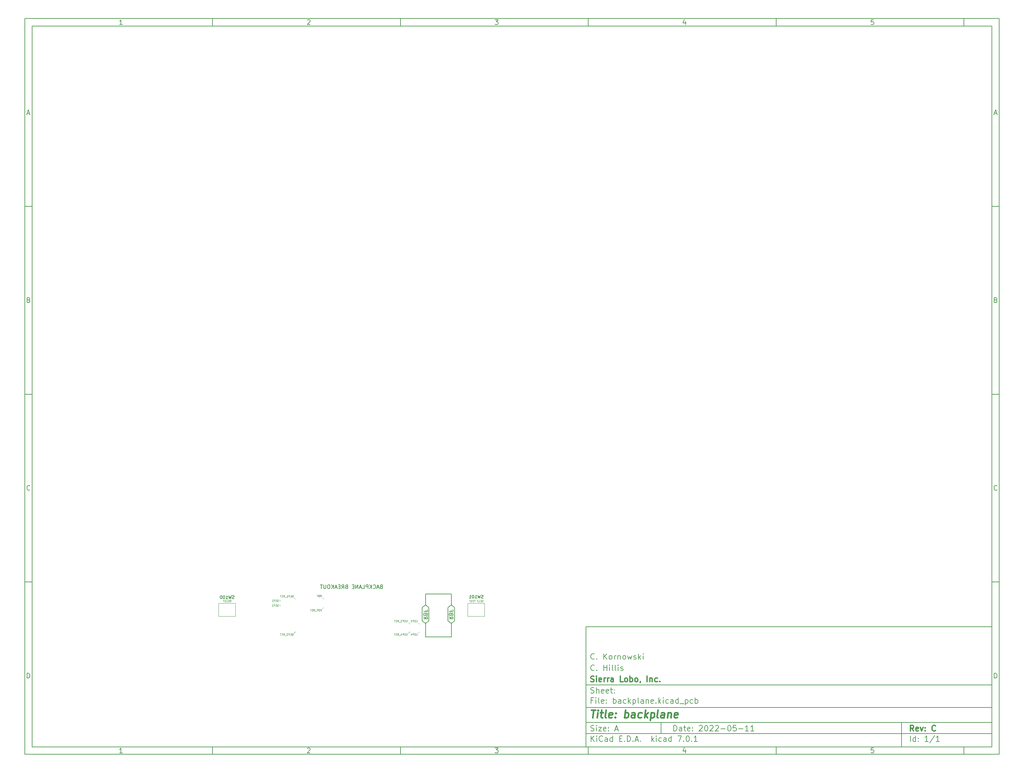
<source format=gbo>
G04 #@! TF.GenerationSoftware,KiCad,Pcbnew,7.0.1*
G04 #@! TF.CreationDate,2023-06-01T09:09:46-04:00*
G04 #@! TF.ProjectId,backplane,6261636b-706c-4616-9e65-2e6b69636164,C*
G04 #@! TF.SameCoordinates,Original*
G04 #@! TF.FileFunction,Legend,Bot*
G04 #@! TF.FilePolarity,Positive*
%FSLAX46Y46*%
G04 Gerber Fmt 4.6, Leading zero omitted, Abs format (unit mm)*
G04 Created by KiCad (PCBNEW 7.0.1) date 2023-06-01 09:09:46*
%MOMM*%
%LPD*%
G01*
G04 APERTURE LIST*
%ADD10C,0.100000*%
%ADD11C,0.150000*%
%ADD12C,0.300000*%
%ADD13C,0.400000*%
%ADD14C,0.120000*%
%ADD15C,0.200000*%
G04 APERTURE END LIST*
D10*
D11*
X159400000Y-171900000D02*
X267400000Y-171900000D01*
X267400000Y-203900000D01*
X159400000Y-203900000D01*
X159400000Y-171900000D01*
D10*
D11*
X10000000Y-10000000D02*
X269400000Y-10000000D01*
X269400000Y-205900000D01*
X10000000Y-205900000D01*
X10000000Y-10000000D01*
D10*
D11*
X12000000Y-12000000D02*
X267400000Y-12000000D01*
X267400000Y-203900000D01*
X12000000Y-203900000D01*
X12000000Y-12000000D01*
D10*
D11*
X60000000Y-12000000D02*
X60000000Y-10000000D01*
D10*
D11*
X110000000Y-12000000D02*
X110000000Y-10000000D01*
D10*
D11*
X160000000Y-12000000D02*
X160000000Y-10000000D01*
D10*
D11*
X210000000Y-12000000D02*
X210000000Y-10000000D01*
D10*
D11*
X260000000Y-12000000D02*
X260000000Y-10000000D01*
D10*
D11*
X35990476Y-11601404D02*
X35247619Y-11601404D01*
X35619047Y-11601404D02*
X35619047Y-10301404D01*
X35619047Y-10301404D02*
X35495238Y-10487119D01*
X35495238Y-10487119D02*
X35371428Y-10610928D01*
X35371428Y-10610928D02*
X35247619Y-10672833D01*
D10*
D11*
X85247619Y-10425214D02*
X85309523Y-10363309D01*
X85309523Y-10363309D02*
X85433333Y-10301404D01*
X85433333Y-10301404D02*
X85742857Y-10301404D01*
X85742857Y-10301404D02*
X85866666Y-10363309D01*
X85866666Y-10363309D02*
X85928571Y-10425214D01*
X85928571Y-10425214D02*
X85990476Y-10549023D01*
X85990476Y-10549023D02*
X85990476Y-10672833D01*
X85990476Y-10672833D02*
X85928571Y-10858547D01*
X85928571Y-10858547D02*
X85185714Y-11601404D01*
X85185714Y-11601404D02*
X85990476Y-11601404D01*
D10*
D11*
X135185714Y-10301404D02*
X135990476Y-10301404D01*
X135990476Y-10301404D02*
X135557142Y-10796642D01*
X135557142Y-10796642D02*
X135742857Y-10796642D01*
X135742857Y-10796642D02*
X135866666Y-10858547D01*
X135866666Y-10858547D02*
X135928571Y-10920452D01*
X135928571Y-10920452D02*
X135990476Y-11044261D01*
X135990476Y-11044261D02*
X135990476Y-11353785D01*
X135990476Y-11353785D02*
X135928571Y-11477595D01*
X135928571Y-11477595D02*
X135866666Y-11539500D01*
X135866666Y-11539500D02*
X135742857Y-11601404D01*
X135742857Y-11601404D02*
X135371428Y-11601404D01*
X135371428Y-11601404D02*
X135247619Y-11539500D01*
X135247619Y-11539500D02*
X135185714Y-11477595D01*
D10*
D11*
X185866666Y-10734738D02*
X185866666Y-11601404D01*
X185557142Y-10239500D02*
X185247619Y-11168071D01*
X185247619Y-11168071D02*
X186052380Y-11168071D01*
D10*
D11*
X235928571Y-10301404D02*
X235309523Y-10301404D01*
X235309523Y-10301404D02*
X235247619Y-10920452D01*
X235247619Y-10920452D02*
X235309523Y-10858547D01*
X235309523Y-10858547D02*
X235433333Y-10796642D01*
X235433333Y-10796642D02*
X235742857Y-10796642D01*
X235742857Y-10796642D02*
X235866666Y-10858547D01*
X235866666Y-10858547D02*
X235928571Y-10920452D01*
X235928571Y-10920452D02*
X235990476Y-11044261D01*
X235990476Y-11044261D02*
X235990476Y-11353785D01*
X235990476Y-11353785D02*
X235928571Y-11477595D01*
X235928571Y-11477595D02*
X235866666Y-11539500D01*
X235866666Y-11539500D02*
X235742857Y-11601404D01*
X235742857Y-11601404D02*
X235433333Y-11601404D01*
X235433333Y-11601404D02*
X235309523Y-11539500D01*
X235309523Y-11539500D02*
X235247619Y-11477595D01*
D10*
D11*
X60000000Y-203900000D02*
X60000000Y-205900000D01*
D10*
D11*
X110000000Y-203900000D02*
X110000000Y-205900000D01*
D10*
D11*
X160000000Y-203900000D02*
X160000000Y-205900000D01*
D10*
D11*
X210000000Y-203900000D02*
X210000000Y-205900000D01*
D10*
D11*
X260000000Y-203900000D02*
X260000000Y-205900000D01*
D10*
D11*
X35990476Y-205501404D02*
X35247619Y-205501404D01*
X35619047Y-205501404D02*
X35619047Y-204201404D01*
X35619047Y-204201404D02*
X35495238Y-204387119D01*
X35495238Y-204387119D02*
X35371428Y-204510928D01*
X35371428Y-204510928D02*
X35247619Y-204572833D01*
D10*
D11*
X85247619Y-204325214D02*
X85309523Y-204263309D01*
X85309523Y-204263309D02*
X85433333Y-204201404D01*
X85433333Y-204201404D02*
X85742857Y-204201404D01*
X85742857Y-204201404D02*
X85866666Y-204263309D01*
X85866666Y-204263309D02*
X85928571Y-204325214D01*
X85928571Y-204325214D02*
X85990476Y-204449023D01*
X85990476Y-204449023D02*
X85990476Y-204572833D01*
X85990476Y-204572833D02*
X85928571Y-204758547D01*
X85928571Y-204758547D02*
X85185714Y-205501404D01*
X85185714Y-205501404D02*
X85990476Y-205501404D01*
D10*
D11*
X135185714Y-204201404D02*
X135990476Y-204201404D01*
X135990476Y-204201404D02*
X135557142Y-204696642D01*
X135557142Y-204696642D02*
X135742857Y-204696642D01*
X135742857Y-204696642D02*
X135866666Y-204758547D01*
X135866666Y-204758547D02*
X135928571Y-204820452D01*
X135928571Y-204820452D02*
X135990476Y-204944261D01*
X135990476Y-204944261D02*
X135990476Y-205253785D01*
X135990476Y-205253785D02*
X135928571Y-205377595D01*
X135928571Y-205377595D02*
X135866666Y-205439500D01*
X135866666Y-205439500D02*
X135742857Y-205501404D01*
X135742857Y-205501404D02*
X135371428Y-205501404D01*
X135371428Y-205501404D02*
X135247619Y-205439500D01*
X135247619Y-205439500D02*
X135185714Y-205377595D01*
D10*
D11*
X185866666Y-204634738D02*
X185866666Y-205501404D01*
X185557142Y-204139500D02*
X185247619Y-205068071D01*
X185247619Y-205068071D02*
X186052380Y-205068071D01*
D10*
D11*
X235928571Y-204201404D02*
X235309523Y-204201404D01*
X235309523Y-204201404D02*
X235247619Y-204820452D01*
X235247619Y-204820452D02*
X235309523Y-204758547D01*
X235309523Y-204758547D02*
X235433333Y-204696642D01*
X235433333Y-204696642D02*
X235742857Y-204696642D01*
X235742857Y-204696642D02*
X235866666Y-204758547D01*
X235866666Y-204758547D02*
X235928571Y-204820452D01*
X235928571Y-204820452D02*
X235990476Y-204944261D01*
X235990476Y-204944261D02*
X235990476Y-205253785D01*
X235990476Y-205253785D02*
X235928571Y-205377595D01*
X235928571Y-205377595D02*
X235866666Y-205439500D01*
X235866666Y-205439500D02*
X235742857Y-205501404D01*
X235742857Y-205501404D02*
X235433333Y-205501404D01*
X235433333Y-205501404D02*
X235309523Y-205439500D01*
X235309523Y-205439500D02*
X235247619Y-205377595D01*
D10*
D11*
X10000000Y-60000000D02*
X12000000Y-60000000D01*
D10*
D11*
X10000000Y-110000000D02*
X12000000Y-110000000D01*
D10*
D11*
X10000000Y-160000000D02*
X12000000Y-160000000D01*
D10*
D11*
X10690476Y-35229976D02*
X11309523Y-35229976D01*
X10566666Y-35601404D02*
X10999999Y-34301404D01*
X10999999Y-34301404D02*
X11433333Y-35601404D01*
D10*
D11*
X11092857Y-84920452D02*
X11278571Y-84982357D01*
X11278571Y-84982357D02*
X11340476Y-85044261D01*
X11340476Y-85044261D02*
X11402380Y-85168071D01*
X11402380Y-85168071D02*
X11402380Y-85353785D01*
X11402380Y-85353785D02*
X11340476Y-85477595D01*
X11340476Y-85477595D02*
X11278571Y-85539500D01*
X11278571Y-85539500D02*
X11154761Y-85601404D01*
X11154761Y-85601404D02*
X10659523Y-85601404D01*
X10659523Y-85601404D02*
X10659523Y-84301404D01*
X10659523Y-84301404D02*
X11092857Y-84301404D01*
X11092857Y-84301404D02*
X11216666Y-84363309D01*
X11216666Y-84363309D02*
X11278571Y-84425214D01*
X11278571Y-84425214D02*
X11340476Y-84549023D01*
X11340476Y-84549023D02*
X11340476Y-84672833D01*
X11340476Y-84672833D02*
X11278571Y-84796642D01*
X11278571Y-84796642D02*
X11216666Y-84858547D01*
X11216666Y-84858547D02*
X11092857Y-84920452D01*
X11092857Y-84920452D02*
X10659523Y-84920452D01*
D10*
D11*
X11402380Y-135477595D02*
X11340476Y-135539500D01*
X11340476Y-135539500D02*
X11154761Y-135601404D01*
X11154761Y-135601404D02*
X11030952Y-135601404D01*
X11030952Y-135601404D02*
X10845238Y-135539500D01*
X10845238Y-135539500D02*
X10721428Y-135415690D01*
X10721428Y-135415690D02*
X10659523Y-135291880D01*
X10659523Y-135291880D02*
X10597619Y-135044261D01*
X10597619Y-135044261D02*
X10597619Y-134858547D01*
X10597619Y-134858547D02*
X10659523Y-134610928D01*
X10659523Y-134610928D02*
X10721428Y-134487119D01*
X10721428Y-134487119D02*
X10845238Y-134363309D01*
X10845238Y-134363309D02*
X11030952Y-134301404D01*
X11030952Y-134301404D02*
X11154761Y-134301404D01*
X11154761Y-134301404D02*
X11340476Y-134363309D01*
X11340476Y-134363309D02*
X11402380Y-134425214D01*
D10*
D11*
X10659523Y-185601404D02*
X10659523Y-184301404D01*
X10659523Y-184301404D02*
X10969047Y-184301404D01*
X10969047Y-184301404D02*
X11154761Y-184363309D01*
X11154761Y-184363309D02*
X11278571Y-184487119D01*
X11278571Y-184487119D02*
X11340476Y-184610928D01*
X11340476Y-184610928D02*
X11402380Y-184858547D01*
X11402380Y-184858547D02*
X11402380Y-185044261D01*
X11402380Y-185044261D02*
X11340476Y-185291880D01*
X11340476Y-185291880D02*
X11278571Y-185415690D01*
X11278571Y-185415690D02*
X11154761Y-185539500D01*
X11154761Y-185539500D02*
X10969047Y-185601404D01*
X10969047Y-185601404D02*
X10659523Y-185601404D01*
D10*
D11*
X269400000Y-60000000D02*
X267400000Y-60000000D01*
D10*
D11*
X269400000Y-110000000D02*
X267400000Y-110000000D01*
D10*
D11*
X269400000Y-160000000D02*
X267400000Y-160000000D01*
D10*
D11*
X268090476Y-35229976D02*
X268709523Y-35229976D01*
X267966666Y-35601404D02*
X268399999Y-34301404D01*
X268399999Y-34301404D02*
X268833333Y-35601404D01*
D10*
D11*
X268492857Y-84920452D02*
X268678571Y-84982357D01*
X268678571Y-84982357D02*
X268740476Y-85044261D01*
X268740476Y-85044261D02*
X268802380Y-85168071D01*
X268802380Y-85168071D02*
X268802380Y-85353785D01*
X268802380Y-85353785D02*
X268740476Y-85477595D01*
X268740476Y-85477595D02*
X268678571Y-85539500D01*
X268678571Y-85539500D02*
X268554761Y-85601404D01*
X268554761Y-85601404D02*
X268059523Y-85601404D01*
X268059523Y-85601404D02*
X268059523Y-84301404D01*
X268059523Y-84301404D02*
X268492857Y-84301404D01*
X268492857Y-84301404D02*
X268616666Y-84363309D01*
X268616666Y-84363309D02*
X268678571Y-84425214D01*
X268678571Y-84425214D02*
X268740476Y-84549023D01*
X268740476Y-84549023D02*
X268740476Y-84672833D01*
X268740476Y-84672833D02*
X268678571Y-84796642D01*
X268678571Y-84796642D02*
X268616666Y-84858547D01*
X268616666Y-84858547D02*
X268492857Y-84920452D01*
X268492857Y-84920452D02*
X268059523Y-84920452D01*
D10*
D11*
X268802380Y-135477595D02*
X268740476Y-135539500D01*
X268740476Y-135539500D02*
X268554761Y-135601404D01*
X268554761Y-135601404D02*
X268430952Y-135601404D01*
X268430952Y-135601404D02*
X268245238Y-135539500D01*
X268245238Y-135539500D02*
X268121428Y-135415690D01*
X268121428Y-135415690D02*
X268059523Y-135291880D01*
X268059523Y-135291880D02*
X267997619Y-135044261D01*
X267997619Y-135044261D02*
X267997619Y-134858547D01*
X267997619Y-134858547D02*
X268059523Y-134610928D01*
X268059523Y-134610928D02*
X268121428Y-134487119D01*
X268121428Y-134487119D02*
X268245238Y-134363309D01*
X268245238Y-134363309D02*
X268430952Y-134301404D01*
X268430952Y-134301404D02*
X268554761Y-134301404D01*
X268554761Y-134301404D02*
X268740476Y-134363309D01*
X268740476Y-134363309D02*
X268802380Y-134425214D01*
D10*
D11*
X268059523Y-185601404D02*
X268059523Y-184301404D01*
X268059523Y-184301404D02*
X268369047Y-184301404D01*
X268369047Y-184301404D02*
X268554761Y-184363309D01*
X268554761Y-184363309D02*
X268678571Y-184487119D01*
X268678571Y-184487119D02*
X268740476Y-184610928D01*
X268740476Y-184610928D02*
X268802380Y-184858547D01*
X268802380Y-184858547D02*
X268802380Y-185044261D01*
X268802380Y-185044261D02*
X268740476Y-185291880D01*
X268740476Y-185291880D02*
X268678571Y-185415690D01*
X268678571Y-185415690D02*
X268554761Y-185539500D01*
X268554761Y-185539500D02*
X268369047Y-185601404D01*
X268369047Y-185601404D02*
X268059523Y-185601404D01*
D10*
D11*
X182757142Y-199693928D02*
X182757142Y-198193928D01*
X182757142Y-198193928D02*
X183114285Y-198193928D01*
X183114285Y-198193928D02*
X183328571Y-198265357D01*
X183328571Y-198265357D02*
X183471428Y-198408214D01*
X183471428Y-198408214D02*
X183542857Y-198551071D01*
X183542857Y-198551071D02*
X183614285Y-198836785D01*
X183614285Y-198836785D02*
X183614285Y-199051071D01*
X183614285Y-199051071D02*
X183542857Y-199336785D01*
X183542857Y-199336785D02*
X183471428Y-199479642D01*
X183471428Y-199479642D02*
X183328571Y-199622500D01*
X183328571Y-199622500D02*
X183114285Y-199693928D01*
X183114285Y-199693928D02*
X182757142Y-199693928D01*
X184900000Y-199693928D02*
X184900000Y-198908214D01*
X184900000Y-198908214D02*
X184828571Y-198765357D01*
X184828571Y-198765357D02*
X184685714Y-198693928D01*
X184685714Y-198693928D02*
X184400000Y-198693928D01*
X184400000Y-198693928D02*
X184257142Y-198765357D01*
X184900000Y-199622500D02*
X184757142Y-199693928D01*
X184757142Y-199693928D02*
X184400000Y-199693928D01*
X184400000Y-199693928D02*
X184257142Y-199622500D01*
X184257142Y-199622500D02*
X184185714Y-199479642D01*
X184185714Y-199479642D02*
X184185714Y-199336785D01*
X184185714Y-199336785D02*
X184257142Y-199193928D01*
X184257142Y-199193928D02*
X184400000Y-199122500D01*
X184400000Y-199122500D02*
X184757142Y-199122500D01*
X184757142Y-199122500D02*
X184900000Y-199051071D01*
X185400000Y-198693928D02*
X185971428Y-198693928D01*
X185614285Y-198193928D02*
X185614285Y-199479642D01*
X185614285Y-199479642D02*
X185685714Y-199622500D01*
X185685714Y-199622500D02*
X185828571Y-199693928D01*
X185828571Y-199693928D02*
X185971428Y-199693928D01*
X187042857Y-199622500D02*
X186900000Y-199693928D01*
X186900000Y-199693928D02*
X186614286Y-199693928D01*
X186614286Y-199693928D02*
X186471428Y-199622500D01*
X186471428Y-199622500D02*
X186400000Y-199479642D01*
X186400000Y-199479642D02*
X186400000Y-198908214D01*
X186400000Y-198908214D02*
X186471428Y-198765357D01*
X186471428Y-198765357D02*
X186614286Y-198693928D01*
X186614286Y-198693928D02*
X186900000Y-198693928D01*
X186900000Y-198693928D02*
X187042857Y-198765357D01*
X187042857Y-198765357D02*
X187114286Y-198908214D01*
X187114286Y-198908214D02*
X187114286Y-199051071D01*
X187114286Y-199051071D02*
X186400000Y-199193928D01*
X187757142Y-199551071D02*
X187828571Y-199622500D01*
X187828571Y-199622500D02*
X187757142Y-199693928D01*
X187757142Y-199693928D02*
X187685714Y-199622500D01*
X187685714Y-199622500D02*
X187757142Y-199551071D01*
X187757142Y-199551071D02*
X187757142Y-199693928D01*
X187757142Y-198765357D02*
X187828571Y-198836785D01*
X187828571Y-198836785D02*
X187757142Y-198908214D01*
X187757142Y-198908214D02*
X187685714Y-198836785D01*
X187685714Y-198836785D02*
X187757142Y-198765357D01*
X187757142Y-198765357D02*
X187757142Y-198908214D01*
X189542857Y-198336785D02*
X189614285Y-198265357D01*
X189614285Y-198265357D02*
X189757143Y-198193928D01*
X189757143Y-198193928D02*
X190114285Y-198193928D01*
X190114285Y-198193928D02*
X190257143Y-198265357D01*
X190257143Y-198265357D02*
X190328571Y-198336785D01*
X190328571Y-198336785D02*
X190400000Y-198479642D01*
X190400000Y-198479642D02*
X190400000Y-198622500D01*
X190400000Y-198622500D02*
X190328571Y-198836785D01*
X190328571Y-198836785D02*
X189471428Y-199693928D01*
X189471428Y-199693928D02*
X190400000Y-199693928D01*
X191328571Y-198193928D02*
X191471428Y-198193928D01*
X191471428Y-198193928D02*
X191614285Y-198265357D01*
X191614285Y-198265357D02*
X191685714Y-198336785D01*
X191685714Y-198336785D02*
X191757142Y-198479642D01*
X191757142Y-198479642D02*
X191828571Y-198765357D01*
X191828571Y-198765357D02*
X191828571Y-199122500D01*
X191828571Y-199122500D02*
X191757142Y-199408214D01*
X191757142Y-199408214D02*
X191685714Y-199551071D01*
X191685714Y-199551071D02*
X191614285Y-199622500D01*
X191614285Y-199622500D02*
X191471428Y-199693928D01*
X191471428Y-199693928D02*
X191328571Y-199693928D01*
X191328571Y-199693928D02*
X191185714Y-199622500D01*
X191185714Y-199622500D02*
X191114285Y-199551071D01*
X191114285Y-199551071D02*
X191042856Y-199408214D01*
X191042856Y-199408214D02*
X190971428Y-199122500D01*
X190971428Y-199122500D02*
X190971428Y-198765357D01*
X190971428Y-198765357D02*
X191042856Y-198479642D01*
X191042856Y-198479642D02*
X191114285Y-198336785D01*
X191114285Y-198336785D02*
X191185714Y-198265357D01*
X191185714Y-198265357D02*
X191328571Y-198193928D01*
X192399999Y-198336785D02*
X192471427Y-198265357D01*
X192471427Y-198265357D02*
X192614285Y-198193928D01*
X192614285Y-198193928D02*
X192971427Y-198193928D01*
X192971427Y-198193928D02*
X193114285Y-198265357D01*
X193114285Y-198265357D02*
X193185713Y-198336785D01*
X193185713Y-198336785D02*
X193257142Y-198479642D01*
X193257142Y-198479642D02*
X193257142Y-198622500D01*
X193257142Y-198622500D02*
X193185713Y-198836785D01*
X193185713Y-198836785D02*
X192328570Y-199693928D01*
X192328570Y-199693928D02*
X193257142Y-199693928D01*
X193828570Y-198336785D02*
X193899998Y-198265357D01*
X193899998Y-198265357D02*
X194042856Y-198193928D01*
X194042856Y-198193928D02*
X194399998Y-198193928D01*
X194399998Y-198193928D02*
X194542856Y-198265357D01*
X194542856Y-198265357D02*
X194614284Y-198336785D01*
X194614284Y-198336785D02*
X194685713Y-198479642D01*
X194685713Y-198479642D02*
X194685713Y-198622500D01*
X194685713Y-198622500D02*
X194614284Y-198836785D01*
X194614284Y-198836785D02*
X193757141Y-199693928D01*
X193757141Y-199693928D02*
X194685713Y-199693928D01*
X195328569Y-199122500D02*
X196471427Y-199122500D01*
X197471427Y-198193928D02*
X197614284Y-198193928D01*
X197614284Y-198193928D02*
X197757141Y-198265357D01*
X197757141Y-198265357D02*
X197828570Y-198336785D01*
X197828570Y-198336785D02*
X197899998Y-198479642D01*
X197899998Y-198479642D02*
X197971427Y-198765357D01*
X197971427Y-198765357D02*
X197971427Y-199122500D01*
X197971427Y-199122500D02*
X197899998Y-199408214D01*
X197899998Y-199408214D02*
X197828570Y-199551071D01*
X197828570Y-199551071D02*
X197757141Y-199622500D01*
X197757141Y-199622500D02*
X197614284Y-199693928D01*
X197614284Y-199693928D02*
X197471427Y-199693928D01*
X197471427Y-199693928D02*
X197328570Y-199622500D01*
X197328570Y-199622500D02*
X197257141Y-199551071D01*
X197257141Y-199551071D02*
X197185712Y-199408214D01*
X197185712Y-199408214D02*
X197114284Y-199122500D01*
X197114284Y-199122500D02*
X197114284Y-198765357D01*
X197114284Y-198765357D02*
X197185712Y-198479642D01*
X197185712Y-198479642D02*
X197257141Y-198336785D01*
X197257141Y-198336785D02*
X197328570Y-198265357D01*
X197328570Y-198265357D02*
X197471427Y-198193928D01*
X199328569Y-198193928D02*
X198614283Y-198193928D01*
X198614283Y-198193928D02*
X198542855Y-198908214D01*
X198542855Y-198908214D02*
X198614283Y-198836785D01*
X198614283Y-198836785D02*
X198757141Y-198765357D01*
X198757141Y-198765357D02*
X199114283Y-198765357D01*
X199114283Y-198765357D02*
X199257141Y-198836785D01*
X199257141Y-198836785D02*
X199328569Y-198908214D01*
X199328569Y-198908214D02*
X199399998Y-199051071D01*
X199399998Y-199051071D02*
X199399998Y-199408214D01*
X199399998Y-199408214D02*
X199328569Y-199551071D01*
X199328569Y-199551071D02*
X199257141Y-199622500D01*
X199257141Y-199622500D02*
X199114283Y-199693928D01*
X199114283Y-199693928D02*
X198757141Y-199693928D01*
X198757141Y-199693928D02*
X198614283Y-199622500D01*
X198614283Y-199622500D02*
X198542855Y-199551071D01*
X200042854Y-199122500D02*
X201185712Y-199122500D01*
X202685712Y-199693928D02*
X201828569Y-199693928D01*
X202257140Y-199693928D02*
X202257140Y-198193928D01*
X202257140Y-198193928D02*
X202114283Y-198408214D01*
X202114283Y-198408214D02*
X201971426Y-198551071D01*
X201971426Y-198551071D02*
X201828569Y-198622500D01*
X204114283Y-199693928D02*
X203257140Y-199693928D01*
X203685711Y-199693928D02*
X203685711Y-198193928D01*
X203685711Y-198193928D02*
X203542854Y-198408214D01*
X203542854Y-198408214D02*
X203399997Y-198551071D01*
X203399997Y-198551071D02*
X203257140Y-198622500D01*
D10*
D11*
X159400000Y-200400000D02*
X267400000Y-200400000D01*
D10*
D11*
X160757142Y-202493928D02*
X160757142Y-200993928D01*
X161614285Y-202493928D02*
X160971428Y-201636785D01*
X161614285Y-200993928D02*
X160757142Y-201851071D01*
X162257142Y-202493928D02*
X162257142Y-201493928D01*
X162257142Y-200993928D02*
X162185714Y-201065357D01*
X162185714Y-201065357D02*
X162257142Y-201136785D01*
X162257142Y-201136785D02*
X162328571Y-201065357D01*
X162328571Y-201065357D02*
X162257142Y-200993928D01*
X162257142Y-200993928D02*
X162257142Y-201136785D01*
X163828571Y-202351071D02*
X163757143Y-202422500D01*
X163757143Y-202422500D02*
X163542857Y-202493928D01*
X163542857Y-202493928D02*
X163400000Y-202493928D01*
X163400000Y-202493928D02*
X163185714Y-202422500D01*
X163185714Y-202422500D02*
X163042857Y-202279642D01*
X163042857Y-202279642D02*
X162971428Y-202136785D01*
X162971428Y-202136785D02*
X162900000Y-201851071D01*
X162900000Y-201851071D02*
X162900000Y-201636785D01*
X162900000Y-201636785D02*
X162971428Y-201351071D01*
X162971428Y-201351071D02*
X163042857Y-201208214D01*
X163042857Y-201208214D02*
X163185714Y-201065357D01*
X163185714Y-201065357D02*
X163400000Y-200993928D01*
X163400000Y-200993928D02*
X163542857Y-200993928D01*
X163542857Y-200993928D02*
X163757143Y-201065357D01*
X163757143Y-201065357D02*
X163828571Y-201136785D01*
X165114286Y-202493928D02*
X165114286Y-201708214D01*
X165114286Y-201708214D02*
X165042857Y-201565357D01*
X165042857Y-201565357D02*
X164900000Y-201493928D01*
X164900000Y-201493928D02*
X164614286Y-201493928D01*
X164614286Y-201493928D02*
X164471428Y-201565357D01*
X165114286Y-202422500D02*
X164971428Y-202493928D01*
X164971428Y-202493928D02*
X164614286Y-202493928D01*
X164614286Y-202493928D02*
X164471428Y-202422500D01*
X164471428Y-202422500D02*
X164400000Y-202279642D01*
X164400000Y-202279642D02*
X164400000Y-202136785D01*
X164400000Y-202136785D02*
X164471428Y-201993928D01*
X164471428Y-201993928D02*
X164614286Y-201922500D01*
X164614286Y-201922500D02*
X164971428Y-201922500D01*
X164971428Y-201922500D02*
X165114286Y-201851071D01*
X166471429Y-202493928D02*
X166471429Y-200993928D01*
X166471429Y-202422500D02*
X166328571Y-202493928D01*
X166328571Y-202493928D02*
X166042857Y-202493928D01*
X166042857Y-202493928D02*
X165900000Y-202422500D01*
X165900000Y-202422500D02*
X165828571Y-202351071D01*
X165828571Y-202351071D02*
X165757143Y-202208214D01*
X165757143Y-202208214D02*
X165757143Y-201779642D01*
X165757143Y-201779642D02*
X165828571Y-201636785D01*
X165828571Y-201636785D02*
X165900000Y-201565357D01*
X165900000Y-201565357D02*
X166042857Y-201493928D01*
X166042857Y-201493928D02*
X166328571Y-201493928D01*
X166328571Y-201493928D02*
X166471429Y-201565357D01*
X168328571Y-201708214D02*
X168828571Y-201708214D01*
X169042857Y-202493928D02*
X168328571Y-202493928D01*
X168328571Y-202493928D02*
X168328571Y-200993928D01*
X168328571Y-200993928D02*
X169042857Y-200993928D01*
X169685714Y-202351071D02*
X169757143Y-202422500D01*
X169757143Y-202422500D02*
X169685714Y-202493928D01*
X169685714Y-202493928D02*
X169614286Y-202422500D01*
X169614286Y-202422500D02*
X169685714Y-202351071D01*
X169685714Y-202351071D02*
X169685714Y-202493928D01*
X170400000Y-202493928D02*
X170400000Y-200993928D01*
X170400000Y-200993928D02*
X170757143Y-200993928D01*
X170757143Y-200993928D02*
X170971429Y-201065357D01*
X170971429Y-201065357D02*
X171114286Y-201208214D01*
X171114286Y-201208214D02*
X171185715Y-201351071D01*
X171185715Y-201351071D02*
X171257143Y-201636785D01*
X171257143Y-201636785D02*
X171257143Y-201851071D01*
X171257143Y-201851071D02*
X171185715Y-202136785D01*
X171185715Y-202136785D02*
X171114286Y-202279642D01*
X171114286Y-202279642D02*
X170971429Y-202422500D01*
X170971429Y-202422500D02*
X170757143Y-202493928D01*
X170757143Y-202493928D02*
X170400000Y-202493928D01*
X171900000Y-202351071D02*
X171971429Y-202422500D01*
X171971429Y-202422500D02*
X171900000Y-202493928D01*
X171900000Y-202493928D02*
X171828572Y-202422500D01*
X171828572Y-202422500D02*
X171900000Y-202351071D01*
X171900000Y-202351071D02*
X171900000Y-202493928D01*
X172542858Y-202065357D02*
X173257144Y-202065357D01*
X172400001Y-202493928D02*
X172900001Y-200993928D01*
X172900001Y-200993928D02*
X173400001Y-202493928D01*
X173900000Y-202351071D02*
X173971429Y-202422500D01*
X173971429Y-202422500D02*
X173900000Y-202493928D01*
X173900000Y-202493928D02*
X173828572Y-202422500D01*
X173828572Y-202422500D02*
X173900000Y-202351071D01*
X173900000Y-202351071D02*
X173900000Y-202493928D01*
X176900000Y-202493928D02*
X176900000Y-200993928D01*
X177042858Y-201922500D02*
X177471429Y-202493928D01*
X177471429Y-201493928D02*
X176900000Y-202065357D01*
X178114286Y-202493928D02*
X178114286Y-201493928D01*
X178114286Y-200993928D02*
X178042858Y-201065357D01*
X178042858Y-201065357D02*
X178114286Y-201136785D01*
X178114286Y-201136785D02*
X178185715Y-201065357D01*
X178185715Y-201065357D02*
X178114286Y-200993928D01*
X178114286Y-200993928D02*
X178114286Y-201136785D01*
X179471430Y-202422500D02*
X179328572Y-202493928D01*
X179328572Y-202493928D02*
X179042858Y-202493928D01*
X179042858Y-202493928D02*
X178900001Y-202422500D01*
X178900001Y-202422500D02*
X178828572Y-202351071D01*
X178828572Y-202351071D02*
X178757144Y-202208214D01*
X178757144Y-202208214D02*
X178757144Y-201779642D01*
X178757144Y-201779642D02*
X178828572Y-201636785D01*
X178828572Y-201636785D02*
X178900001Y-201565357D01*
X178900001Y-201565357D02*
X179042858Y-201493928D01*
X179042858Y-201493928D02*
X179328572Y-201493928D01*
X179328572Y-201493928D02*
X179471430Y-201565357D01*
X180757144Y-202493928D02*
X180757144Y-201708214D01*
X180757144Y-201708214D02*
X180685715Y-201565357D01*
X180685715Y-201565357D02*
X180542858Y-201493928D01*
X180542858Y-201493928D02*
X180257144Y-201493928D01*
X180257144Y-201493928D02*
X180114286Y-201565357D01*
X180757144Y-202422500D02*
X180614286Y-202493928D01*
X180614286Y-202493928D02*
X180257144Y-202493928D01*
X180257144Y-202493928D02*
X180114286Y-202422500D01*
X180114286Y-202422500D02*
X180042858Y-202279642D01*
X180042858Y-202279642D02*
X180042858Y-202136785D01*
X180042858Y-202136785D02*
X180114286Y-201993928D01*
X180114286Y-201993928D02*
X180257144Y-201922500D01*
X180257144Y-201922500D02*
X180614286Y-201922500D01*
X180614286Y-201922500D02*
X180757144Y-201851071D01*
X182114287Y-202493928D02*
X182114287Y-200993928D01*
X182114287Y-202422500D02*
X181971429Y-202493928D01*
X181971429Y-202493928D02*
X181685715Y-202493928D01*
X181685715Y-202493928D02*
X181542858Y-202422500D01*
X181542858Y-202422500D02*
X181471429Y-202351071D01*
X181471429Y-202351071D02*
X181400001Y-202208214D01*
X181400001Y-202208214D02*
X181400001Y-201779642D01*
X181400001Y-201779642D02*
X181471429Y-201636785D01*
X181471429Y-201636785D02*
X181542858Y-201565357D01*
X181542858Y-201565357D02*
X181685715Y-201493928D01*
X181685715Y-201493928D02*
X181971429Y-201493928D01*
X181971429Y-201493928D02*
X182114287Y-201565357D01*
X183828572Y-200993928D02*
X184828572Y-200993928D01*
X184828572Y-200993928D02*
X184185715Y-202493928D01*
X185400000Y-202351071D02*
X185471429Y-202422500D01*
X185471429Y-202422500D02*
X185400000Y-202493928D01*
X185400000Y-202493928D02*
X185328572Y-202422500D01*
X185328572Y-202422500D02*
X185400000Y-202351071D01*
X185400000Y-202351071D02*
X185400000Y-202493928D01*
X186400001Y-200993928D02*
X186542858Y-200993928D01*
X186542858Y-200993928D02*
X186685715Y-201065357D01*
X186685715Y-201065357D02*
X186757144Y-201136785D01*
X186757144Y-201136785D02*
X186828572Y-201279642D01*
X186828572Y-201279642D02*
X186900001Y-201565357D01*
X186900001Y-201565357D02*
X186900001Y-201922500D01*
X186900001Y-201922500D02*
X186828572Y-202208214D01*
X186828572Y-202208214D02*
X186757144Y-202351071D01*
X186757144Y-202351071D02*
X186685715Y-202422500D01*
X186685715Y-202422500D02*
X186542858Y-202493928D01*
X186542858Y-202493928D02*
X186400001Y-202493928D01*
X186400001Y-202493928D02*
X186257144Y-202422500D01*
X186257144Y-202422500D02*
X186185715Y-202351071D01*
X186185715Y-202351071D02*
X186114286Y-202208214D01*
X186114286Y-202208214D02*
X186042858Y-201922500D01*
X186042858Y-201922500D02*
X186042858Y-201565357D01*
X186042858Y-201565357D02*
X186114286Y-201279642D01*
X186114286Y-201279642D02*
X186185715Y-201136785D01*
X186185715Y-201136785D02*
X186257144Y-201065357D01*
X186257144Y-201065357D02*
X186400001Y-200993928D01*
X187542857Y-202351071D02*
X187614286Y-202422500D01*
X187614286Y-202422500D02*
X187542857Y-202493928D01*
X187542857Y-202493928D02*
X187471429Y-202422500D01*
X187471429Y-202422500D02*
X187542857Y-202351071D01*
X187542857Y-202351071D02*
X187542857Y-202493928D01*
X189042858Y-202493928D02*
X188185715Y-202493928D01*
X188614286Y-202493928D02*
X188614286Y-200993928D01*
X188614286Y-200993928D02*
X188471429Y-201208214D01*
X188471429Y-201208214D02*
X188328572Y-201351071D01*
X188328572Y-201351071D02*
X188185715Y-201422500D01*
D10*
D11*
X159400000Y-197400000D02*
X267400000Y-197400000D01*
D10*
D12*
X246614285Y-199693928D02*
X246114285Y-198979642D01*
X245757142Y-199693928D02*
X245757142Y-198193928D01*
X245757142Y-198193928D02*
X246328571Y-198193928D01*
X246328571Y-198193928D02*
X246471428Y-198265357D01*
X246471428Y-198265357D02*
X246542857Y-198336785D01*
X246542857Y-198336785D02*
X246614285Y-198479642D01*
X246614285Y-198479642D02*
X246614285Y-198693928D01*
X246614285Y-198693928D02*
X246542857Y-198836785D01*
X246542857Y-198836785D02*
X246471428Y-198908214D01*
X246471428Y-198908214D02*
X246328571Y-198979642D01*
X246328571Y-198979642D02*
X245757142Y-198979642D01*
X247828571Y-199622500D02*
X247685714Y-199693928D01*
X247685714Y-199693928D02*
X247400000Y-199693928D01*
X247400000Y-199693928D02*
X247257142Y-199622500D01*
X247257142Y-199622500D02*
X247185714Y-199479642D01*
X247185714Y-199479642D02*
X247185714Y-198908214D01*
X247185714Y-198908214D02*
X247257142Y-198765357D01*
X247257142Y-198765357D02*
X247400000Y-198693928D01*
X247400000Y-198693928D02*
X247685714Y-198693928D01*
X247685714Y-198693928D02*
X247828571Y-198765357D01*
X247828571Y-198765357D02*
X247900000Y-198908214D01*
X247900000Y-198908214D02*
X247900000Y-199051071D01*
X247900000Y-199051071D02*
X247185714Y-199193928D01*
X248399999Y-198693928D02*
X248757142Y-199693928D01*
X248757142Y-199693928D02*
X249114285Y-198693928D01*
X249685713Y-199551071D02*
X249757142Y-199622500D01*
X249757142Y-199622500D02*
X249685713Y-199693928D01*
X249685713Y-199693928D02*
X249614285Y-199622500D01*
X249614285Y-199622500D02*
X249685713Y-199551071D01*
X249685713Y-199551071D02*
X249685713Y-199693928D01*
X249685713Y-198765357D02*
X249757142Y-198836785D01*
X249757142Y-198836785D02*
X249685713Y-198908214D01*
X249685713Y-198908214D02*
X249614285Y-198836785D01*
X249614285Y-198836785D02*
X249685713Y-198765357D01*
X249685713Y-198765357D02*
X249685713Y-198908214D01*
X252399999Y-199551071D02*
X252328571Y-199622500D01*
X252328571Y-199622500D02*
X252114285Y-199693928D01*
X252114285Y-199693928D02*
X251971428Y-199693928D01*
X251971428Y-199693928D02*
X251757142Y-199622500D01*
X251757142Y-199622500D02*
X251614285Y-199479642D01*
X251614285Y-199479642D02*
X251542856Y-199336785D01*
X251542856Y-199336785D02*
X251471428Y-199051071D01*
X251471428Y-199051071D02*
X251471428Y-198836785D01*
X251471428Y-198836785D02*
X251542856Y-198551071D01*
X251542856Y-198551071D02*
X251614285Y-198408214D01*
X251614285Y-198408214D02*
X251757142Y-198265357D01*
X251757142Y-198265357D02*
X251971428Y-198193928D01*
X251971428Y-198193928D02*
X252114285Y-198193928D01*
X252114285Y-198193928D02*
X252328571Y-198265357D01*
X252328571Y-198265357D02*
X252399999Y-198336785D01*
D10*
D11*
X160685714Y-199622500D02*
X160900000Y-199693928D01*
X160900000Y-199693928D02*
X161257142Y-199693928D01*
X161257142Y-199693928D02*
X161400000Y-199622500D01*
X161400000Y-199622500D02*
X161471428Y-199551071D01*
X161471428Y-199551071D02*
X161542857Y-199408214D01*
X161542857Y-199408214D02*
X161542857Y-199265357D01*
X161542857Y-199265357D02*
X161471428Y-199122500D01*
X161471428Y-199122500D02*
X161400000Y-199051071D01*
X161400000Y-199051071D02*
X161257142Y-198979642D01*
X161257142Y-198979642D02*
X160971428Y-198908214D01*
X160971428Y-198908214D02*
X160828571Y-198836785D01*
X160828571Y-198836785D02*
X160757142Y-198765357D01*
X160757142Y-198765357D02*
X160685714Y-198622500D01*
X160685714Y-198622500D02*
X160685714Y-198479642D01*
X160685714Y-198479642D02*
X160757142Y-198336785D01*
X160757142Y-198336785D02*
X160828571Y-198265357D01*
X160828571Y-198265357D02*
X160971428Y-198193928D01*
X160971428Y-198193928D02*
X161328571Y-198193928D01*
X161328571Y-198193928D02*
X161542857Y-198265357D01*
X162185713Y-199693928D02*
X162185713Y-198693928D01*
X162185713Y-198193928D02*
X162114285Y-198265357D01*
X162114285Y-198265357D02*
X162185713Y-198336785D01*
X162185713Y-198336785D02*
X162257142Y-198265357D01*
X162257142Y-198265357D02*
X162185713Y-198193928D01*
X162185713Y-198193928D02*
X162185713Y-198336785D01*
X162757142Y-198693928D02*
X163542857Y-198693928D01*
X163542857Y-198693928D02*
X162757142Y-199693928D01*
X162757142Y-199693928D02*
X163542857Y-199693928D01*
X164685714Y-199622500D02*
X164542857Y-199693928D01*
X164542857Y-199693928D02*
X164257143Y-199693928D01*
X164257143Y-199693928D02*
X164114285Y-199622500D01*
X164114285Y-199622500D02*
X164042857Y-199479642D01*
X164042857Y-199479642D02*
X164042857Y-198908214D01*
X164042857Y-198908214D02*
X164114285Y-198765357D01*
X164114285Y-198765357D02*
X164257143Y-198693928D01*
X164257143Y-198693928D02*
X164542857Y-198693928D01*
X164542857Y-198693928D02*
X164685714Y-198765357D01*
X164685714Y-198765357D02*
X164757143Y-198908214D01*
X164757143Y-198908214D02*
X164757143Y-199051071D01*
X164757143Y-199051071D02*
X164042857Y-199193928D01*
X165399999Y-199551071D02*
X165471428Y-199622500D01*
X165471428Y-199622500D02*
X165399999Y-199693928D01*
X165399999Y-199693928D02*
X165328571Y-199622500D01*
X165328571Y-199622500D02*
X165399999Y-199551071D01*
X165399999Y-199551071D02*
X165399999Y-199693928D01*
X165399999Y-198765357D02*
X165471428Y-198836785D01*
X165471428Y-198836785D02*
X165399999Y-198908214D01*
X165399999Y-198908214D02*
X165328571Y-198836785D01*
X165328571Y-198836785D02*
X165399999Y-198765357D01*
X165399999Y-198765357D02*
X165399999Y-198908214D01*
X167185714Y-199265357D02*
X167900000Y-199265357D01*
X167042857Y-199693928D02*
X167542857Y-198193928D01*
X167542857Y-198193928D02*
X168042857Y-199693928D01*
D10*
D11*
X245757142Y-202493928D02*
X245757142Y-200993928D01*
X247114286Y-202493928D02*
X247114286Y-200993928D01*
X247114286Y-202422500D02*
X246971428Y-202493928D01*
X246971428Y-202493928D02*
X246685714Y-202493928D01*
X246685714Y-202493928D02*
X246542857Y-202422500D01*
X246542857Y-202422500D02*
X246471428Y-202351071D01*
X246471428Y-202351071D02*
X246400000Y-202208214D01*
X246400000Y-202208214D02*
X246400000Y-201779642D01*
X246400000Y-201779642D02*
X246471428Y-201636785D01*
X246471428Y-201636785D02*
X246542857Y-201565357D01*
X246542857Y-201565357D02*
X246685714Y-201493928D01*
X246685714Y-201493928D02*
X246971428Y-201493928D01*
X246971428Y-201493928D02*
X247114286Y-201565357D01*
X247828571Y-202351071D02*
X247900000Y-202422500D01*
X247900000Y-202422500D02*
X247828571Y-202493928D01*
X247828571Y-202493928D02*
X247757143Y-202422500D01*
X247757143Y-202422500D02*
X247828571Y-202351071D01*
X247828571Y-202351071D02*
X247828571Y-202493928D01*
X247828571Y-201565357D02*
X247900000Y-201636785D01*
X247900000Y-201636785D02*
X247828571Y-201708214D01*
X247828571Y-201708214D02*
X247757143Y-201636785D01*
X247757143Y-201636785D02*
X247828571Y-201565357D01*
X247828571Y-201565357D02*
X247828571Y-201708214D01*
X250471429Y-202493928D02*
X249614286Y-202493928D01*
X250042857Y-202493928D02*
X250042857Y-200993928D01*
X250042857Y-200993928D02*
X249900000Y-201208214D01*
X249900000Y-201208214D02*
X249757143Y-201351071D01*
X249757143Y-201351071D02*
X249614286Y-201422500D01*
X252185714Y-200922500D02*
X250900000Y-202851071D01*
X253471429Y-202493928D02*
X252614286Y-202493928D01*
X253042857Y-202493928D02*
X253042857Y-200993928D01*
X253042857Y-200993928D02*
X252900000Y-201208214D01*
X252900000Y-201208214D02*
X252757143Y-201351071D01*
X252757143Y-201351071D02*
X252614286Y-201422500D01*
D10*
D11*
X159400000Y-193400000D02*
X267400000Y-193400000D01*
D10*
D13*
X160828571Y-194125238D02*
X161971428Y-194125238D01*
X161150000Y-196125238D02*
X161400000Y-194125238D01*
X162376190Y-196125238D02*
X162542857Y-194791904D01*
X162626190Y-194125238D02*
X162519047Y-194220476D01*
X162519047Y-194220476D02*
X162602381Y-194315714D01*
X162602381Y-194315714D02*
X162709524Y-194220476D01*
X162709524Y-194220476D02*
X162626190Y-194125238D01*
X162626190Y-194125238D02*
X162602381Y-194315714D01*
X163197619Y-194791904D02*
X163959523Y-194791904D01*
X163566666Y-194125238D02*
X163352381Y-195839523D01*
X163352381Y-195839523D02*
X163423809Y-196030000D01*
X163423809Y-196030000D02*
X163602381Y-196125238D01*
X163602381Y-196125238D02*
X163792857Y-196125238D01*
X164733333Y-196125238D02*
X164554761Y-196030000D01*
X164554761Y-196030000D02*
X164483333Y-195839523D01*
X164483333Y-195839523D02*
X164697618Y-194125238D01*
X166257142Y-196030000D02*
X166054761Y-196125238D01*
X166054761Y-196125238D02*
X165673808Y-196125238D01*
X165673808Y-196125238D02*
X165495237Y-196030000D01*
X165495237Y-196030000D02*
X165423808Y-195839523D01*
X165423808Y-195839523D02*
X165519047Y-195077619D01*
X165519047Y-195077619D02*
X165638094Y-194887142D01*
X165638094Y-194887142D02*
X165840475Y-194791904D01*
X165840475Y-194791904D02*
X166221427Y-194791904D01*
X166221427Y-194791904D02*
X166399999Y-194887142D01*
X166399999Y-194887142D02*
X166471427Y-195077619D01*
X166471427Y-195077619D02*
X166447618Y-195268095D01*
X166447618Y-195268095D02*
X165471427Y-195458571D01*
X167209523Y-195934761D02*
X167292856Y-196030000D01*
X167292856Y-196030000D02*
X167185713Y-196125238D01*
X167185713Y-196125238D02*
X167102380Y-196030000D01*
X167102380Y-196030000D02*
X167209523Y-195934761D01*
X167209523Y-195934761D02*
X167185713Y-196125238D01*
X167340475Y-194887142D02*
X167423808Y-194982380D01*
X167423808Y-194982380D02*
X167316666Y-195077619D01*
X167316666Y-195077619D02*
X167233332Y-194982380D01*
X167233332Y-194982380D02*
X167340475Y-194887142D01*
X167340475Y-194887142D02*
X167316666Y-195077619D01*
X169649999Y-196125238D02*
X169899999Y-194125238D01*
X169804761Y-194887142D02*
X170007142Y-194791904D01*
X170007142Y-194791904D02*
X170388094Y-194791904D01*
X170388094Y-194791904D02*
X170566666Y-194887142D01*
X170566666Y-194887142D02*
X170649999Y-194982380D01*
X170649999Y-194982380D02*
X170721428Y-195172857D01*
X170721428Y-195172857D02*
X170649999Y-195744285D01*
X170649999Y-195744285D02*
X170530952Y-195934761D01*
X170530952Y-195934761D02*
X170423809Y-196030000D01*
X170423809Y-196030000D02*
X170221428Y-196125238D01*
X170221428Y-196125238D02*
X169840475Y-196125238D01*
X169840475Y-196125238D02*
X169661904Y-196030000D01*
X172304761Y-196125238D02*
X172435713Y-195077619D01*
X172435713Y-195077619D02*
X172364285Y-194887142D01*
X172364285Y-194887142D02*
X172185713Y-194791904D01*
X172185713Y-194791904D02*
X171804761Y-194791904D01*
X171804761Y-194791904D02*
X171602380Y-194887142D01*
X172316666Y-196030000D02*
X172114285Y-196125238D01*
X172114285Y-196125238D02*
X171638094Y-196125238D01*
X171638094Y-196125238D02*
X171459523Y-196030000D01*
X171459523Y-196030000D02*
X171388094Y-195839523D01*
X171388094Y-195839523D02*
X171411904Y-195649047D01*
X171411904Y-195649047D02*
X171530952Y-195458571D01*
X171530952Y-195458571D02*
X171733333Y-195363333D01*
X171733333Y-195363333D02*
X172209523Y-195363333D01*
X172209523Y-195363333D02*
X172411904Y-195268095D01*
X174114285Y-196030000D02*
X173911904Y-196125238D01*
X173911904Y-196125238D02*
X173530952Y-196125238D01*
X173530952Y-196125238D02*
X173352380Y-196030000D01*
X173352380Y-196030000D02*
X173269047Y-195934761D01*
X173269047Y-195934761D02*
X173197618Y-195744285D01*
X173197618Y-195744285D02*
X173269047Y-195172857D01*
X173269047Y-195172857D02*
X173388094Y-194982380D01*
X173388094Y-194982380D02*
X173495237Y-194887142D01*
X173495237Y-194887142D02*
X173697618Y-194791904D01*
X173697618Y-194791904D02*
X174078571Y-194791904D01*
X174078571Y-194791904D02*
X174257142Y-194887142D01*
X174947618Y-196125238D02*
X175197618Y-194125238D01*
X175233333Y-195363333D02*
X175709523Y-196125238D01*
X175876190Y-194791904D02*
X175019047Y-195553809D01*
X176721428Y-194791904D02*
X176471428Y-196791904D01*
X176709523Y-194887142D02*
X176911904Y-194791904D01*
X176911904Y-194791904D02*
X177292856Y-194791904D01*
X177292856Y-194791904D02*
X177471428Y-194887142D01*
X177471428Y-194887142D02*
X177554761Y-194982380D01*
X177554761Y-194982380D02*
X177626190Y-195172857D01*
X177626190Y-195172857D02*
X177554761Y-195744285D01*
X177554761Y-195744285D02*
X177435714Y-195934761D01*
X177435714Y-195934761D02*
X177328571Y-196030000D01*
X177328571Y-196030000D02*
X177126190Y-196125238D01*
X177126190Y-196125238D02*
X176745237Y-196125238D01*
X176745237Y-196125238D02*
X176566666Y-196030000D01*
X178554762Y-196125238D02*
X178376190Y-196030000D01*
X178376190Y-196030000D02*
X178304762Y-195839523D01*
X178304762Y-195839523D02*
X178519047Y-194125238D01*
X180161904Y-196125238D02*
X180292856Y-195077619D01*
X180292856Y-195077619D02*
X180221428Y-194887142D01*
X180221428Y-194887142D02*
X180042856Y-194791904D01*
X180042856Y-194791904D02*
X179661904Y-194791904D01*
X179661904Y-194791904D02*
X179459523Y-194887142D01*
X180173809Y-196030000D02*
X179971428Y-196125238D01*
X179971428Y-196125238D02*
X179495237Y-196125238D01*
X179495237Y-196125238D02*
X179316666Y-196030000D01*
X179316666Y-196030000D02*
X179245237Y-195839523D01*
X179245237Y-195839523D02*
X179269047Y-195649047D01*
X179269047Y-195649047D02*
X179388095Y-195458571D01*
X179388095Y-195458571D02*
X179590476Y-195363333D01*
X179590476Y-195363333D02*
X180066666Y-195363333D01*
X180066666Y-195363333D02*
X180269047Y-195268095D01*
X181269047Y-194791904D02*
X181102380Y-196125238D01*
X181245237Y-194982380D02*
X181352380Y-194887142D01*
X181352380Y-194887142D02*
X181554761Y-194791904D01*
X181554761Y-194791904D02*
X181840475Y-194791904D01*
X181840475Y-194791904D02*
X182019047Y-194887142D01*
X182019047Y-194887142D02*
X182090475Y-195077619D01*
X182090475Y-195077619D02*
X181959523Y-196125238D01*
X183673809Y-196030000D02*
X183471428Y-196125238D01*
X183471428Y-196125238D02*
X183090475Y-196125238D01*
X183090475Y-196125238D02*
X182911904Y-196030000D01*
X182911904Y-196030000D02*
X182840475Y-195839523D01*
X182840475Y-195839523D02*
X182935714Y-195077619D01*
X182935714Y-195077619D02*
X183054761Y-194887142D01*
X183054761Y-194887142D02*
X183257142Y-194791904D01*
X183257142Y-194791904D02*
X183638094Y-194791904D01*
X183638094Y-194791904D02*
X183816666Y-194887142D01*
X183816666Y-194887142D02*
X183888094Y-195077619D01*
X183888094Y-195077619D02*
X183864285Y-195268095D01*
X183864285Y-195268095D02*
X182888094Y-195458571D01*
D10*
D11*
X161257142Y-191508214D02*
X160757142Y-191508214D01*
X160757142Y-192293928D02*
X160757142Y-190793928D01*
X160757142Y-190793928D02*
X161471428Y-190793928D01*
X162042856Y-192293928D02*
X162042856Y-191293928D01*
X162042856Y-190793928D02*
X161971428Y-190865357D01*
X161971428Y-190865357D02*
X162042856Y-190936785D01*
X162042856Y-190936785D02*
X162114285Y-190865357D01*
X162114285Y-190865357D02*
X162042856Y-190793928D01*
X162042856Y-190793928D02*
X162042856Y-190936785D01*
X162971428Y-192293928D02*
X162828571Y-192222500D01*
X162828571Y-192222500D02*
X162757142Y-192079642D01*
X162757142Y-192079642D02*
X162757142Y-190793928D01*
X164114285Y-192222500D02*
X163971428Y-192293928D01*
X163971428Y-192293928D02*
X163685714Y-192293928D01*
X163685714Y-192293928D02*
X163542856Y-192222500D01*
X163542856Y-192222500D02*
X163471428Y-192079642D01*
X163471428Y-192079642D02*
X163471428Y-191508214D01*
X163471428Y-191508214D02*
X163542856Y-191365357D01*
X163542856Y-191365357D02*
X163685714Y-191293928D01*
X163685714Y-191293928D02*
X163971428Y-191293928D01*
X163971428Y-191293928D02*
X164114285Y-191365357D01*
X164114285Y-191365357D02*
X164185714Y-191508214D01*
X164185714Y-191508214D02*
X164185714Y-191651071D01*
X164185714Y-191651071D02*
X163471428Y-191793928D01*
X164828570Y-192151071D02*
X164899999Y-192222500D01*
X164899999Y-192222500D02*
X164828570Y-192293928D01*
X164828570Y-192293928D02*
X164757142Y-192222500D01*
X164757142Y-192222500D02*
X164828570Y-192151071D01*
X164828570Y-192151071D02*
X164828570Y-192293928D01*
X164828570Y-191365357D02*
X164899999Y-191436785D01*
X164899999Y-191436785D02*
X164828570Y-191508214D01*
X164828570Y-191508214D02*
X164757142Y-191436785D01*
X164757142Y-191436785D02*
X164828570Y-191365357D01*
X164828570Y-191365357D02*
X164828570Y-191508214D01*
X166685713Y-192293928D02*
X166685713Y-190793928D01*
X166685713Y-191365357D02*
X166828571Y-191293928D01*
X166828571Y-191293928D02*
X167114285Y-191293928D01*
X167114285Y-191293928D02*
X167257142Y-191365357D01*
X167257142Y-191365357D02*
X167328571Y-191436785D01*
X167328571Y-191436785D02*
X167399999Y-191579642D01*
X167399999Y-191579642D02*
X167399999Y-192008214D01*
X167399999Y-192008214D02*
X167328571Y-192151071D01*
X167328571Y-192151071D02*
X167257142Y-192222500D01*
X167257142Y-192222500D02*
X167114285Y-192293928D01*
X167114285Y-192293928D02*
X166828571Y-192293928D01*
X166828571Y-192293928D02*
X166685713Y-192222500D01*
X168685714Y-192293928D02*
X168685714Y-191508214D01*
X168685714Y-191508214D02*
X168614285Y-191365357D01*
X168614285Y-191365357D02*
X168471428Y-191293928D01*
X168471428Y-191293928D02*
X168185714Y-191293928D01*
X168185714Y-191293928D02*
X168042856Y-191365357D01*
X168685714Y-192222500D02*
X168542856Y-192293928D01*
X168542856Y-192293928D02*
X168185714Y-192293928D01*
X168185714Y-192293928D02*
X168042856Y-192222500D01*
X168042856Y-192222500D02*
X167971428Y-192079642D01*
X167971428Y-192079642D02*
X167971428Y-191936785D01*
X167971428Y-191936785D02*
X168042856Y-191793928D01*
X168042856Y-191793928D02*
X168185714Y-191722500D01*
X168185714Y-191722500D02*
X168542856Y-191722500D01*
X168542856Y-191722500D02*
X168685714Y-191651071D01*
X170042857Y-192222500D02*
X169899999Y-192293928D01*
X169899999Y-192293928D02*
X169614285Y-192293928D01*
X169614285Y-192293928D02*
X169471428Y-192222500D01*
X169471428Y-192222500D02*
X169399999Y-192151071D01*
X169399999Y-192151071D02*
X169328571Y-192008214D01*
X169328571Y-192008214D02*
X169328571Y-191579642D01*
X169328571Y-191579642D02*
X169399999Y-191436785D01*
X169399999Y-191436785D02*
X169471428Y-191365357D01*
X169471428Y-191365357D02*
X169614285Y-191293928D01*
X169614285Y-191293928D02*
X169899999Y-191293928D01*
X169899999Y-191293928D02*
X170042857Y-191365357D01*
X170685713Y-192293928D02*
X170685713Y-190793928D01*
X170828571Y-191722500D02*
X171257142Y-192293928D01*
X171257142Y-191293928D02*
X170685713Y-191865357D01*
X171899999Y-191293928D02*
X171899999Y-192793928D01*
X171899999Y-191365357D02*
X172042857Y-191293928D01*
X172042857Y-191293928D02*
X172328571Y-191293928D01*
X172328571Y-191293928D02*
X172471428Y-191365357D01*
X172471428Y-191365357D02*
X172542857Y-191436785D01*
X172542857Y-191436785D02*
X172614285Y-191579642D01*
X172614285Y-191579642D02*
X172614285Y-192008214D01*
X172614285Y-192008214D02*
X172542857Y-192151071D01*
X172542857Y-192151071D02*
X172471428Y-192222500D01*
X172471428Y-192222500D02*
X172328571Y-192293928D01*
X172328571Y-192293928D02*
X172042857Y-192293928D01*
X172042857Y-192293928D02*
X171899999Y-192222500D01*
X173471428Y-192293928D02*
X173328571Y-192222500D01*
X173328571Y-192222500D02*
X173257142Y-192079642D01*
X173257142Y-192079642D02*
X173257142Y-190793928D01*
X174685714Y-192293928D02*
X174685714Y-191508214D01*
X174685714Y-191508214D02*
X174614285Y-191365357D01*
X174614285Y-191365357D02*
X174471428Y-191293928D01*
X174471428Y-191293928D02*
X174185714Y-191293928D01*
X174185714Y-191293928D02*
X174042856Y-191365357D01*
X174685714Y-192222500D02*
X174542856Y-192293928D01*
X174542856Y-192293928D02*
X174185714Y-192293928D01*
X174185714Y-192293928D02*
X174042856Y-192222500D01*
X174042856Y-192222500D02*
X173971428Y-192079642D01*
X173971428Y-192079642D02*
X173971428Y-191936785D01*
X173971428Y-191936785D02*
X174042856Y-191793928D01*
X174042856Y-191793928D02*
X174185714Y-191722500D01*
X174185714Y-191722500D02*
X174542856Y-191722500D01*
X174542856Y-191722500D02*
X174685714Y-191651071D01*
X175399999Y-191293928D02*
X175399999Y-192293928D01*
X175399999Y-191436785D02*
X175471428Y-191365357D01*
X175471428Y-191365357D02*
X175614285Y-191293928D01*
X175614285Y-191293928D02*
X175828571Y-191293928D01*
X175828571Y-191293928D02*
X175971428Y-191365357D01*
X175971428Y-191365357D02*
X176042857Y-191508214D01*
X176042857Y-191508214D02*
X176042857Y-192293928D01*
X177328571Y-192222500D02*
X177185714Y-192293928D01*
X177185714Y-192293928D02*
X176900000Y-192293928D01*
X176900000Y-192293928D02*
X176757142Y-192222500D01*
X176757142Y-192222500D02*
X176685714Y-192079642D01*
X176685714Y-192079642D02*
X176685714Y-191508214D01*
X176685714Y-191508214D02*
X176757142Y-191365357D01*
X176757142Y-191365357D02*
X176900000Y-191293928D01*
X176900000Y-191293928D02*
X177185714Y-191293928D01*
X177185714Y-191293928D02*
X177328571Y-191365357D01*
X177328571Y-191365357D02*
X177400000Y-191508214D01*
X177400000Y-191508214D02*
X177400000Y-191651071D01*
X177400000Y-191651071D02*
X176685714Y-191793928D01*
X178042856Y-192151071D02*
X178114285Y-192222500D01*
X178114285Y-192222500D02*
X178042856Y-192293928D01*
X178042856Y-192293928D02*
X177971428Y-192222500D01*
X177971428Y-192222500D02*
X178042856Y-192151071D01*
X178042856Y-192151071D02*
X178042856Y-192293928D01*
X178757142Y-192293928D02*
X178757142Y-190793928D01*
X178900000Y-191722500D02*
X179328571Y-192293928D01*
X179328571Y-191293928D02*
X178757142Y-191865357D01*
X179971428Y-192293928D02*
X179971428Y-191293928D01*
X179971428Y-190793928D02*
X179900000Y-190865357D01*
X179900000Y-190865357D02*
X179971428Y-190936785D01*
X179971428Y-190936785D02*
X180042857Y-190865357D01*
X180042857Y-190865357D02*
X179971428Y-190793928D01*
X179971428Y-190793928D02*
X179971428Y-190936785D01*
X181328572Y-192222500D02*
X181185714Y-192293928D01*
X181185714Y-192293928D02*
X180900000Y-192293928D01*
X180900000Y-192293928D02*
X180757143Y-192222500D01*
X180757143Y-192222500D02*
X180685714Y-192151071D01*
X180685714Y-192151071D02*
X180614286Y-192008214D01*
X180614286Y-192008214D02*
X180614286Y-191579642D01*
X180614286Y-191579642D02*
X180685714Y-191436785D01*
X180685714Y-191436785D02*
X180757143Y-191365357D01*
X180757143Y-191365357D02*
X180900000Y-191293928D01*
X180900000Y-191293928D02*
X181185714Y-191293928D01*
X181185714Y-191293928D02*
X181328572Y-191365357D01*
X182614286Y-192293928D02*
X182614286Y-191508214D01*
X182614286Y-191508214D02*
X182542857Y-191365357D01*
X182542857Y-191365357D02*
X182400000Y-191293928D01*
X182400000Y-191293928D02*
X182114286Y-191293928D01*
X182114286Y-191293928D02*
X181971428Y-191365357D01*
X182614286Y-192222500D02*
X182471428Y-192293928D01*
X182471428Y-192293928D02*
X182114286Y-192293928D01*
X182114286Y-192293928D02*
X181971428Y-192222500D01*
X181971428Y-192222500D02*
X181900000Y-192079642D01*
X181900000Y-192079642D02*
X181900000Y-191936785D01*
X181900000Y-191936785D02*
X181971428Y-191793928D01*
X181971428Y-191793928D02*
X182114286Y-191722500D01*
X182114286Y-191722500D02*
X182471428Y-191722500D01*
X182471428Y-191722500D02*
X182614286Y-191651071D01*
X183971429Y-192293928D02*
X183971429Y-190793928D01*
X183971429Y-192222500D02*
X183828571Y-192293928D01*
X183828571Y-192293928D02*
X183542857Y-192293928D01*
X183542857Y-192293928D02*
X183400000Y-192222500D01*
X183400000Y-192222500D02*
X183328571Y-192151071D01*
X183328571Y-192151071D02*
X183257143Y-192008214D01*
X183257143Y-192008214D02*
X183257143Y-191579642D01*
X183257143Y-191579642D02*
X183328571Y-191436785D01*
X183328571Y-191436785D02*
X183400000Y-191365357D01*
X183400000Y-191365357D02*
X183542857Y-191293928D01*
X183542857Y-191293928D02*
X183828571Y-191293928D01*
X183828571Y-191293928D02*
X183971429Y-191365357D01*
X184328572Y-192436785D02*
X185471429Y-192436785D01*
X185828571Y-191293928D02*
X185828571Y-192793928D01*
X185828571Y-191365357D02*
X185971429Y-191293928D01*
X185971429Y-191293928D02*
X186257143Y-191293928D01*
X186257143Y-191293928D02*
X186400000Y-191365357D01*
X186400000Y-191365357D02*
X186471429Y-191436785D01*
X186471429Y-191436785D02*
X186542857Y-191579642D01*
X186542857Y-191579642D02*
X186542857Y-192008214D01*
X186542857Y-192008214D02*
X186471429Y-192151071D01*
X186471429Y-192151071D02*
X186400000Y-192222500D01*
X186400000Y-192222500D02*
X186257143Y-192293928D01*
X186257143Y-192293928D02*
X185971429Y-192293928D01*
X185971429Y-192293928D02*
X185828571Y-192222500D01*
X187828572Y-192222500D02*
X187685714Y-192293928D01*
X187685714Y-192293928D02*
X187400000Y-192293928D01*
X187400000Y-192293928D02*
X187257143Y-192222500D01*
X187257143Y-192222500D02*
X187185714Y-192151071D01*
X187185714Y-192151071D02*
X187114286Y-192008214D01*
X187114286Y-192008214D02*
X187114286Y-191579642D01*
X187114286Y-191579642D02*
X187185714Y-191436785D01*
X187185714Y-191436785D02*
X187257143Y-191365357D01*
X187257143Y-191365357D02*
X187400000Y-191293928D01*
X187400000Y-191293928D02*
X187685714Y-191293928D01*
X187685714Y-191293928D02*
X187828572Y-191365357D01*
X188471428Y-192293928D02*
X188471428Y-190793928D01*
X188471428Y-191365357D02*
X188614286Y-191293928D01*
X188614286Y-191293928D02*
X188900000Y-191293928D01*
X188900000Y-191293928D02*
X189042857Y-191365357D01*
X189042857Y-191365357D02*
X189114286Y-191436785D01*
X189114286Y-191436785D02*
X189185714Y-191579642D01*
X189185714Y-191579642D02*
X189185714Y-192008214D01*
X189185714Y-192008214D02*
X189114286Y-192151071D01*
X189114286Y-192151071D02*
X189042857Y-192222500D01*
X189042857Y-192222500D02*
X188900000Y-192293928D01*
X188900000Y-192293928D02*
X188614286Y-192293928D01*
X188614286Y-192293928D02*
X188471428Y-192222500D01*
D10*
D11*
X159400000Y-187400000D02*
X267400000Y-187400000D01*
D10*
D11*
X160685714Y-189522500D02*
X160900000Y-189593928D01*
X160900000Y-189593928D02*
X161257142Y-189593928D01*
X161257142Y-189593928D02*
X161400000Y-189522500D01*
X161400000Y-189522500D02*
X161471428Y-189451071D01*
X161471428Y-189451071D02*
X161542857Y-189308214D01*
X161542857Y-189308214D02*
X161542857Y-189165357D01*
X161542857Y-189165357D02*
X161471428Y-189022500D01*
X161471428Y-189022500D02*
X161400000Y-188951071D01*
X161400000Y-188951071D02*
X161257142Y-188879642D01*
X161257142Y-188879642D02*
X160971428Y-188808214D01*
X160971428Y-188808214D02*
X160828571Y-188736785D01*
X160828571Y-188736785D02*
X160757142Y-188665357D01*
X160757142Y-188665357D02*
X160685714Y-188522500D01*
X160685714Y-188522500D02*
X160685714Y-188379642D01*
X160685714Y-188379642D02*
X160757142Y-188236785D01*
X160757142Y-188236785D02*
X160828571Y-188165357D01*
X160828571Y-188165357D02*
X160971428Y-188093928D01*
X160971428Y-188093928D02*
X161328571Y-188093928D01*
X161328571Y-188093928D02*
X161542857Y-188165357D01*
X162185713Y-189593928D02*
X162185713Y-188093928D01*
X162828571Y-189593928D02*
X162828571Y-188808214D01*
X162828571Y-188808214D02*
X162757142Y-188665357D01*
X162757142Y-188665357D02*
X162614285Y-188593928D01*
X162614285Y-188593928D02*
X162399999Y-188593928D01*
X162399999Y-188593928D02*
X162257142Y-188665357D01*
X162257142Y-188665357D02*
X162185713Y-188736785D01*
X164114285Y-189522500D02*
X163971428Y-189593928D01*
X163971428Y-189593928D02*
X163685714Y-189593928D01*
X163685714Y-189593928D02*
X163542856Y-189522500D01*
X163542856Y-189522500D02*
X163471428Y-189379642D01*
X163471428Y-189379642D02*
X163471428Y-188808214D01*
X163471428Y-188808214D02*
X163542856Y-188665357D01*
X163542856Y-188665357D02*
X163685714Y-188593928D01*
X163685714Y-188593928D02*
X163971428Y-188593928D01*
X163971428Y-188593928D02*
X164114285Y-188665357D01*
X164114285Y-188665357D02*
X164185714Y-188808214D01*
X164185714Y-188808214D02*
X164185714Y-188951071D01*
X164185714Y-188951071D02*
X163471428Y-189093928D01*
X165399999Y-189522500D02*
X165257142Y-189593928D01*
X165257142Y-189593928D02*
X164971428Y-189593928D01*
X164971428Y-189593928D02*
X164828570Y-189522500D01*
X164828570Y-189522500D02*
X164757142Y-189379642D01*
X164757142Y-189379642D02*
X164757142Y-188808214D01*
X164757142Y-188808214D02*
X164828570Y-188665357D01*
X164828570Y-188665357D02*
X164971428Y-188593928D01*
X164971428Y-188593928D02*
X165257142Y-188593928D01*
X165257142Y-188593928D02*
X165399999Y-188665357D01*
X165399999Y-188665357D02*
X165471428Y-188808214D01*
X165471428Y-188808214D02*
X165471428Y-188951071D01*
X165471428Y-188951071D02*
X164757142Y-189093928D01*
X165899999Y-188593928D02*
X166471427Y-188593928D01*
X166114284Y-188093928D02*
X166114284Y-189379642D01*
X166114284Y-189379642D02*
X166185713Y-189522500D01*
X166185713Y-189522500D02*
X166328570Y-189593928D01*
X166328570Y-189593928D02*
X166471427Y-189593928D01*
X166971427Y-189451071D02*
X167042856Y-189522500D01*
X167042856Y-189522500D02*
X166971427Y-189593928D01*
X166971427Y-189593928D02*
X166899999Y-189522500D01*
X166899999Y-189522500D02*
X166971427Y-189451071D01*
X166971427Y-189451071D02*
X166971427Y-189593928D01*
X166971427Y-188665357D02*
X167042856Y-188736785D01*
X167042856Y-188736785D02*
X166971427Y-188808214D01*
X166971427Y-188808214D02*
X166899999Y-188736785D01*
X166899999Y-188736785D02*
X166971427Y-188665357D01*
X166971427Y-188665357D02*
X166971427Y-188808214D01*
D10*
D12*
X160685714Y-186522500D02*
X160900000Y-186593928D01*
X160900000Y-186593928D02*
X161257142Y-186593928D01*
X161257142Y-186593928D02*
X161400000Y-186522500D01*
X161400000Y-186522500D02*
X161471428Y-186451071D01*
X161471428Y-186451071D02*
X161542857Y-186308214D01*
X161542857Y-186308214D02*
X161542857Y-186165357D01*
X161542857Y-186165357D02*
X161471428Y-186022500D01*
X161471428Y-186022500D02*
X161400000Y-185951071D01*
X161400000Y-185951071D02*
X161257142Y-185879642D01*
X161257142Y-185879642D02*
X160971428Y-185808214D01*
X160971428Y-185808214D02*
X160828571Y-185736785D01*
X160828571Y-185736785D02*
X160757142Y-185665357D01*
X160757142Y-185665357D02*
X160685714Y-185522500D01*
X160685714Y-185522500D02*
X160685714Y-185379642D01*
X160685714Y-185379642D02*
X160757142Y-185236785D01*
X160757142Y-185236785D02*
X160828571Y-185165357D01*
X160828571Y-185165357D02*
X160971428Y-185093928D01*
X160971428Y-185093928D02*
X161328571Y-185093928D01*
X161328571Y-185093928D02*
X161542857Y-185165357D01*
X162185713Y-186593928D02*
X162185713Y-185593928D01*
X162185713Y-185093928D02*
X162114285Y-185165357D01*
X162114285Y-185165357D02*
X162185713Y-185236785D01*
X162185713Y-185236785D02*
X162257142Y-185165357D01*
X162257142Y-185165357D02*
X162185713Y-185093928D01*
X162185713Y-185093928D02*
X162185713Y-185236785D01*
X163471428Y-186522500D02*
X163328571Y-186593928D01*
X163328571Y-186593928D02*
X163042857Y-186593928D01*
X163042857Y-186593928D02*
X162899999Y-186522500D01*
X162899999Y-186522500D02*
X162828571Y-186379642D01*
X162828571Y-186379642D02*
X162828571Y-185808214D01*
X162828571Y-185808214D02*
X162899999Y-185665357D01*
X162899999Y-185665357D02*
X163042857Y-185593928D01*
X163042857Y-185593928D02*
X163328571Y-185593928D01*
X163328571Y-185593928D02*
X163471428Y-185665357D01*
X163471428Y-185665357D02*
X163542857Y-185808214D01*
X163542857Y-185808214D02*
X163542857Y-185951071D01*
X163542857Y-185951071D02*
X162828571Y-186093928D01*
X164185713Y-186593928D02*
X164185713Y-185593928D01*
X164185713Y-185879642D02*
X164257142Y-185736785D01*
X164257142Y-185736785D02*
X164328571Y-185665357D01*
X164328571Y-185665357D02*
X164471428Y-185593928D01*
X164471428Y-185593928D02*
X164614285Y-185593928D01*
X165114284Y-186593928D02*
X165114284Y-185593928D01*
X165114284Y-185879642D02*
X165185713Y-185736785D01*
X165185713Y-185736785D02*
X165257142Y-185665357D01*
X165257142Y-185665357D02*
X165399999Y-185593928D01*
X165399999Y-185593928D02*
X165542856Y-185593928D01*
X166685713Y-186593928D02*
X166685713Y-185808214D01*
X166685713Y-185808214D02*
X166614284Y-185665357D01*
X166614284Y-185665357D02*
X166471427Y-185593928D01*
X166471427Y-185593928D02*
X166185713Y-185593928D01*
X166185713Y-185593928D02*
X166042855Y-185665357D01*
X166685713Y-186522500D02*
X166542855Y-186593928D01*
X166542855Y-186593928D02*
X166185713Y-186593928D01*
X166185713Y-186593928D02*
X166042855Y-186522500D01*
X166042855Y-186522500D02*
X165971427Y-186379642D01*
X165971427Y-186379642D02*
X165971427Y-186236785D01*
X165971427Y-186236785D02*
X166042855Y-186093928D01*
X166042855Y-186093928D02*
X166185713Y-186022500D01*
X166185713Y-186022500D02*
X166542855Y-186022500D01*
X166542855Y-186022500D02*
X166685713Y-185951071D01*
X169257141Y-186593928D02*
X168542855Y-186593928D01*
X168542855Y-186593928D02*
X168542855Y-185093928D01*
X169971427Y-186593928D02*
X169828570Y-186522500D01*
X169828570Y-186522500D02*
X169757141Y-186451071D01*
X169757141Y-186451071D02*
X169685713Y-186308214D01*
X169685713Y-186308214D02*
X169685713Y-185879642D01*
X169685713Y-185879642D02*
X169757141Y-185736785D01*
X169757141Y-185736785D02*
X169828570Y-185665357D01*
X169828570Y-185665357D02*
X169971427Y-185593928D01*
X169971427Y-185593928D02*
X170185713Y-185593928D01*
X170185713Y-185593928D02*
X170328570Y-185665357D01*
X170328570Y-185665357D02*
X170399999Y-185736785D01*
X170399999Y-185736785D02*
X170471427Y-185879642D01*
X170471427Y-185879642D02*
X170471427Y-186308214D01*
X170471427Y-186308214D02*
X170399999Y-186451071D01*
X170399999Y-186451071D02*
X170328570Y-186522500D01*
X170328570Y-186522500D02*
X170185713Y-186593928D01*
X170185713Y-186593928D02*
X169971427Y-186593928D01*
X171114284Y-186593928D02*
X171114284Y-185093928D01*
X171114284Y-185665357D02*
X171257142Y-185593928D01*
X171257142Y-185593928D02*
X171542856Y-185593928D01*
X171542856Y-185593928D02*
X171685713Y-185665357D01*
X171685713Y-185665357D02*
X171757142Y-185736785D01*
X171757142Y-185736785D02*
X171828570Y-185879642D01*
X171828570Y-185879642D02*
X171828570Y-186308214D01*
X171828570Y-186308214D02*
X171757142Y-186451071D01*
X171757142Y-186451071D02*
X171685713Y-186522500D01*
X171685713Y-186522500D02*
X171542856Y-186593928D01*
X171542856Y-186593928D02*
X171257142Y-186593928D01*
X171257142Y-186593928D02*
X171114284Y-186522500D01*
X172685713Y-186593928D02*
X172542856Y-186522500D01*
X172542856Y-186522500D02*
X172471427Y-186451071D01*
X172471427Y-186451071D02*
X172399999Y-186308214D01*
X172399999Y-186308214D02*
X172399999Y-185879642D01*
X172399999Y-185879642D02*
X172471427Y-185736785D01*
X172471427Y-185736785D02*
X172542856Y-185665357D01*
X172542856Y-185665357D02*
X172685713Y-185593928D01*
X172685713Y-185593928D02*
X172899999Y-185593928D01*
X172899999Y-185593928D02*
X173042856Y-185665357D01*
X173042856Y-185665357D02*
X173114285Y-185736785D01*
X173114285Y-185736785D02*
X173185713Y-185879642D01*
X173185713Y-185879642D02*
X173185713Y-186308214D01*
X173185713Y-186308214D02*
X173114285Y-186451071D01*
X173114285Y-186451071D02*
X173042856Y-186522500D01*
X173042856Y-186522500D02*
X172899999Y-186593928D01*
X172899999Y-186593928D02*
X172685713Y-186593928D01*
X173899999Y-186522500D02*
X173899999Y-186593928D01*
X173899999Y-186593928D02*
X173828570Y-186736785D01*
X173828570Y-186736785D02*
X173757142Y-186808214D01*
X175685713Y-186593928D02*
X175685713Y-185093928D01*
X176399999Y-185593928D02*
X176399999Y-186593928D01*
X176399999Y-185736785D02*
X176471428Y-185665357D01*
X176471428Y-185665357D02*
X176614285Y-185593928D01*
X176614285Y-185593928D02*
X176828571Y-185593928D01*
X176828571Y-185593928D02*
X176971428Y-185665357D01*
X176971428Y-185665357D02*
X177042857Y-185808214D01*
X177042857Y-185808214D02*
X177042857Y-186593928D01*
X178400000Y-186522500D02*
X178257142Y-186593928D01*
X178257142Y-186593928D02*
X177971428Y-186593928D01*
X177971428Y-186593928D02*
X177828571Y-186522500D01*
X177828571Y-186522500D02*
X177757142Y-186451071D01*
X177757142Y-186451071D02*
X177685714Y-186308214D01*
X177685714Y-186308214D02*
X177685714Y-185879642D01*
X177685714Y-185879642D02*
X177757142Y-185736785D01*
X177757142Y-185736785D02*
X177828571Y-185665357D01*
X177828571Y-185665357D02*
X177971428Y-185593928D01*
X177971428Y-185593928D02*
X178257142Y-185593928D01*
X178257142Y-185593928D02*
X178400000Y-185665357D01*
X179042856Y-186451071D02*
X179114285Y-186522500D01*
X179114285Y-186522500D02*
X179042856Y-186593928D01*
X179042856Y-186593928D02*
X178971428Y-186522500D01*
X178971428Y-186522500D02*
X179042856Y-186451071D01*
X179042856Y-186451071D02*
X179042856Y-186593928D01*
D10*
D11*
X161614285Y-183451071D02*
X161542857Y-183522500D01*
X161542857Y-183522500D02*
X161328571Y-183593928D01*
X161328571Y-183593928D02*
X161185714Y-183593928D01*
X161185714Y-183593928D02*
X160971428Y-183522500D01*
X160971428Y-183522500D02*
X160828571Y-183379642D01*
X160828571Y-183379642D02*
X160757142Y-183236785D01*
X160757142Y-183236785D02*
X160685714Y-182951071D01*
X160685714Y-182951071D02*
X160685714Y-182736785D01*
X160685714Y-182736785D02*
X160757142Y-182451071D01*
X160757142Y-182451071D02*
X160828571Y-182308214D01*
X160828571Y-182308214D02*
X160971428Y-182165357D01*
X160971428Y-182165357D02*
X161185714Y-182093928D01*
X161185714Y-182093928D02*
X161328571Y-182093928D01*
X161328571Y-182093928D02*
X161542857Y-182165357D01*
X161542857Y-182165357D02*
X161614285Y-182236785D01*
X162257142Y-183451071D02*
X162328571Y-183522500D01*
X162328571Y-183522500D02*
X162257142Y-183593928D01*
X162257142Y-183593928D02*
X162185714Y-183522500D01*
X162185714Y-183522500D02*
X162257142Y-183451071D01*
X162257142Y-183451071D02*
X162257142Y-183593928D01*
X164114285Y-183593928D02*
X164114285Y-182093928D01*
X164114285Y-182808214D02*
X164971428Y-182808214D01*
X164971428Y-183593928D02*
X164971428Y-182093928D01*
X165685714Y-183593928D02*
X165685714Y-182593928D01*
X165685714Y-182093928D02*
X165614286Y-182165357D01*
X165614286Y-182165357D02*
X165685714Y-182236785D01*
X165685714Y-182236785D02*
X165757143Y-182165357D01*
X165757143Y-182165357D02*
X165685714Y-182093928D01*
X165685714Y-182093928D02*
X165685714Y-182236785D01*
X166614286Y-183593928D02*
X166471429Y-183522500D01*
X166471429Y-183522500D02*
X166400000Y-183379642D01*
X166400000Y-183379642D02*
X166400000Y-182093928D01*
X167400000Y-183593928D02*
X167257143Y-183522500D01*
X167257143Y-183522500D02*
X167185714Y-183379642D01*
X167185714Y-183379642D02*
X167185714Y-182093928D01*
X167971428Y-183593928D02*
X167971428Y-182593928D01*
X167971428Y-182093928D02*
X167900000Y-182165357D01*
X167900000Y-182165357D02*
X167971428Y-182236785D01*
X167971428Y-182236785D02*
X168042857Y-182165357D01*
X168042857Y-182165357D02*
X167971428Y-182093928D01*
X167971428Y-182093928D02*
X167971428Y-182236785D01*
X168614286Y-183522500D02*
X168757143Y-183593928D01*
X168757143Y-183593928D02*
X169042857Y-183593928D01*
X169042857Y-183593928D02*
X169185714Y-183522500D01*
X169185714Y-183522500D02*
X169257143Y-183379642D01*
X169257143Y-183379642D02*
X169257143Y-183308214D01*
X169257143Y-183308214D02*
X169185714Y-183165357D01*
X169185714Y-183165357D02*
X169042857Y-183093928D01*
X169042857Y-183093928D02*
X168828572Y-183093928D01*
X168828572Y-183093928D02*
X168685714Y-183022500D01*
X168685714Y-183022500D02*
X168614286Y-182879642D01*
X168614286Y-182879642D02*
X168614286Y-182808214D01*
X168614286Y-182808214D02*
X168685714Y-182665357D01*
X168685714Y-182665357D02*
X168828572Y-182593928D01*
X168828572Y-182593928D02*
X169042857Y-182593928D01*
X169042857Y-182593928D02*
X169185714Y-182665357D01*
D10*
D11*
X161614285Y-180451071D02*
X161542857Y-180522500D01*
X161542857Y-180522500D02*
X161328571Y-180593928D01*
X161328571Y-180593928D02*
X161185714Y-180593928D01*
X161185714Y-180593928D02*
X160971428Y-180522500D01*
X160971428Y-180522500D02*
X160828571Y-180379642D01*
X160828571Y-180379642D02*
X160757142Y-180236785D01*
X160757142Y-180236785D02*
X160685714Y-179951071D01*
X160685714Y-179951071D02*
X160685714Y-179736785D01*
X160685714Y-179736785D02*
X160757142Y-179451071D01*
X160757142Y-179451071D02*
X160828571Y-179308214D01*
X160828571Y-179308214D02*
X160971428Y-179165357D01*
X160971428Y-179165357D02*
X161185714Y-179093928D01*
X161185714Y-179093928D02*
X161328571Y-179093928D01*
X161328571Y-179093928D02*
X161542857Y-179165357D01*
X161542857Y-179165357D02*
X161614285Y-179236785D01*
X162257142Y-180451071D02*
X162328571Y-180522500D01*
X162328571Y-180522500D02*
X162257142Y-180593928D01*
X162257142Y-180593928D02*
X162185714Y-180522500D01*
X162185714Y-180522500D02*
X162257142Y-180451071D01*
X162257142Y-180451071D02*
X162257142Y-180593928D01*
X164114285Y-180593928D02*
X164114285Y-179093928D01*
X164971428Y-180593928D02*
X164328571Y-179736785D01*
X164971428Y-179093928D02*
X164114285Y-179951071D01*
X165828571Y-180593928D02*
X165685714Y-180522500D01*
X165685714Y-180522500D02*
X165614285Y-180451071D01*
X165614285Y-180451071D02*
X165542857Y-180308214D01*
X165542857Y-180308214D02*
X165542857Y-179879642D01*
X165542857Y-179879642D02*
X165614285Y-179736785D01*
X165614285Y-179736785D02*
X165685714Y-179665357D01*
X165685714Y-179665357D02*
X165828571Y-179593928D01*
X165828571Y-179593928D02*
X166042857Y-179593928D01*
X166042857Y-179593928D02*
X166185714Y-179665357D01*
X166185714Y-179665357D02*
X166257143Y-179736785D01*
X166257143Y-179736785D02*
X166328571Y-179879642D01*
X166328571Y-179879642D02*
X166328571Y-180308214D01*
X166328571Y-180308214D02*
X166257143Y-180451071D01*
X166257143Y-180451071D02*
X166185714Y-180522500D01*
X166185714Y-180522500D02*
X166042857Y-180593928D01*
X166042857Y-180593928D02*
X165828571Y-180593928D01*
X166971428Y-180593928D02*
X166971428Y-179593928D01*
X166971428Y-179879642D02*
X167042857Y-179736785D01*
X167042857Y-179736785D02*
X167114286Y-179665357D01*
X167114286Y-179665357D02*
X167257143Y-179593928D01*
X167257143Y-179593928D02*
X167400000Y-179593928D01*
X167899999Y-179593928D02*
X167899999Y-180593928D01*
X167899999Y-179736785D02*
X167971428Y-179665357D01*
X167971428Y-179665357D02*
X168114285Y-179593928D01*
X168114285Y-179593928D02*
X168328571Y-179593928D01*
X168328571Y-179593928D02*
X168471428Y-179665357D01*
X168471428Y-179665357D02*
X168542857Y-179808214D01*
X168542857Y-179808214D02*
X168542857Y-180593928D01*
X169471428Y-180593928D02*
X169328571Y-180522500D01*
X169328571Y-180522500D02*
X169257142Y-180451071D01*
X169257142Y-180451071D02*
X169185714Y-180308214D01*
X169185714Y-180308214D02*
X169185714Y-179879642D01*
X169185714Y-179879642D02*
X169257142Y-179736785D01*
X169257142Y-179736785D02*
X169328571Y-179665357D01*
X169328571Y-179665357D02*
X169471428Y-179593928D01*
X169471428Y-179593928D02*
X169685714Y-179593928D01*
X169685714Y-179593928D02*
X169828571Y-179665357D01*
X169828571Y-179665357D02*
X169900000Y-179736785D01*
X169900000Y-179736785D02*
X169971428Y-179879642D01*
X169971428Y-179879642D02*
X169971428Y-180308214D01*
X169971428Y-180308214D02*
X169900000Y-180451071D01*
X169900000Y-180451071D02*
X169828571Y-180522500D01*
X169828571Y-180522500D02*
X169685714Y-180593928D01*
X169685714Y-180593928D02*
X169471428Y-180593928D01*
X170471428Y-179593928D02*
X170757143Y-180593928D01*
X170757143Y-180593928D02*
X171042857Y-179879642D01*
X171042857Y-179879642D02*
X171328571Y-180593928D01*
X171328571Y-180593928D02*
X171614285Y-179593928D01*
X172114286Y-180522500D02*
X172257143Y-180593928D01*
X172257143Y-180593928D02*
X172542857Y-180593928D01*
X172542857Y-180593928D02*
X172685714Y-180522500D01*
X172685714Y-180522500D02*
X172757143Y-180379642D01*
X172757143Y-180379642D02*
X172757143Y-180308214D01*
X172757143Y-180308214D02*
X172685714Y-180165357D01*
X172685714Y-180165357D02*
X172542857Y-180093928D01*
X172542857Y-180093928D02*
X172328572Y-180093928D01*
X172328572Y-180093928D02*
X172185714Y-180022500D01*
X172185714Y-180022500D02*
X172114286Y-179879642D01*
X172114286Y-179879642D02*
X172114286Y-179808214D01*
X172114286Y-179808214D02*
X172185714Y-179665357D01*
X172185714Y-179665357D02*
X172328572Y-179593928D01*
X172328572Y-179593928D02*
X172542857Y-179593928D01*
X172542857Y-179593928D02*
X172685714Y-179665357D01*
X173400000Y-180593928D02*
X173400000Y-179093928D01*
X173542858Y-180022500D02*
X173971429Y-180593928D01*
X173971429Y-179593928D02*
X173400000Y-180165357D01*
X174614286Y-180593928D02*
X174614286Y-179593928D01*
X174614286Y-179093928D02*
X174542858Y-179165357D01*
X174542858Y-179165357D02*
X174614286Y-179236785D01*
X174614286Y-179236785D02*
X174685715Y-179165357D01*
X174685715Y-179165357D02*
X174614286Y-179093928D01*
X174614286Y-179093928D02*
X174614286Y-179236785D01*
D10*
D11*
D10*
D11*
D10*
D11*
X179400000Y-197400000D02*
X179400000Y-200400000D01*
D10*
D11*
X243400000Y-197400000D02*
X243400000Y-203900000D01*
D14*
X89598500Y-166687500D02*
X89217500Y-167068500D01*
D15*
X116713000Y-174625000D02*
X123571000Y-174625000D01*
D14*
X112522000Y-171196000D02*
X112141000Y-170815000D01*
D15*
X116713000Y-171068999D02*
X117602000Y-170307000D01*
X116713000Y-166116000D02*
X115824000Y-166878000D01*
X124460000Y-166878000D02*
X123571001Y-166116001D01*
D14*
X115125500Y-171259500D02*
X114744500Y-170878500D01*
D15*
X123571000Y-163195000D02*
X116713000Y-163195000D01*
X115824000Y-166878000D02*
X115824000Y-170307000D01*
D14*
X77787500Y-164973000D02*
X78105000Y-164973000D01*
D15*
X115824000Y-170307000D02*
X116712999Y-171068999D01*
X117602000Y-166878000D02*
X117602000Y-170307000D01*
D14*
X112522000Y-173228000D02*
X112141000Y-173609000D01*
D15*
X122682000Y-166878000D02*
X122682000Y-170307000D01*
D14*
X89598500Y-164528500D02*
X89217500Y-164147500D01*
X115125500Y-173164500D02*
X114744500Y-173545500D01*
D15*
X116713000Y-174625000D02*
X116713000Y-171069000D01*
X116713000Y-166116000D02*
X116713000Y-163195000D01*
X123571000Y-166116001D02*
X122682000Y-166878000D01*
D14*
X81661000Y-164211000D02*
X82042000Y-164592000D01*
X77787500Y-166243000D02*
X78105000Y-166243000D01*
D15*
X124460000Y-166878000D02*
X124460000Y-170307000D01*
X117602000Y-166878000D02*
X116713000Y-166116000D01*
X123571000Y-166116000D02*
X123571000Y-163195000D01*
X123571000Y-171068999D02*
X124460000Y-170307000D01*
D14*
X81661000Y-173609000D02*
X82042000Y-173228000D01*
D15*
X123571000Y-174625000D02*
X123571000Y-171069000D01*
X122682000Y-170307000D02*
X123570999Y-171068999D01*
D10*
X131996426Y-165307500D02*
X131924998Y-165331309D01*
X131924998Y-165331309D02*
X131805950Y-165331309D01*
X131805950Y-165331309D02*
X131758331Y-165307500D01*
X131758331Y-165307500D02*
X131734522Y-165283690D01*
X131734522Y-165283690D02*
X131710712Y-165236071D01*
X131710712Y-165236071D02*
X131710712Y-165188452D01*
X131710712Y-165188452D02*
X131734522Y-165140833D01*
X131734522Y-165140833D02*
X131758331Y-165117023D01*
X131758331Y-165117023D02*
X131805950Y-165093214D01*
X131805950Y-165093214D02*
X131901188Y-165069404D01*
X131901188Y-165069404D02*
X131948807Y-165045595D01*
X131948807Y-165045595D02*
X131972617Y-165021785D01*
X131972617Y-165021785D02*
X131996426Y-164974166D01*
X131996426Y-164974166D02*
X131996426Y-164926547D01*
X131996426Y-164926547D02*
X131972617Y-164878928D01*
X131972617Y-164878928D02*
X131948807Y-164855119D01*
X131948807Y-164855119D02*
X131901188Y-164831309D01*
X131901188Y-164831309D02*
X131782141Y-164831309D01*
X131782141Y-164831309D02*
X131710712Y-164855119D01*
X131496427Y-165069404D02*
X131329760Y-165069404D01*
X131258332Y-165331309D02*
X131496427Y-165331309D01*
X131496427Y-165331309D02*
X131496427Y-164831309D01*
X131496427Y-164831309D02*
X131258332Y-164831309D01*
X130805951Y-165331309D02*
X131044046Y-165331309D01*
X131044046Y-165331309D02*
X131044046Y-164831309D01*
X130472617Y-165069404D02*
X130639284Y-165069404D01*
X130639284Y-165331309D02*
X130639284Y-164831309D01*
X130639284Y-164831309D02*
X130401189Y-164831309D01*
X129901189Y-164831309D02*
X129615475Y-164831309D01*
X129758332Y-165331309D02*
X129758332Y-164831309D01*
X129448809Y-165069404D02*
X129282142Y-165069404D01*
X129210714Y-165331309D02*
X129448809Y-165331309D01*
X129448809Y-165331309D02*
X129448809Y-164831309D01*
X129448809Y-164831309D02*
X129210714Y-164831309D01*
X129020237Y-165307500D02*
X128948809Y-165331309D01*
X128948809Y-165331309D02*
X128829761Y-165331309D01*
X128829761Y-165331309D02*
X128782142Y-165307500D01*
X128782142Y-165307500D02*
X128758333Y-165283690D01*
X128758333Y-165283690D02*
X128734523Y-165236071D01*
X128734523Y-165236071D02*
X128734523Y-165188452D01*
X128734523Y-165188452D02*
X128758333Y-165140833D01*
X128758333Y-165140833D02*
X128782142Y-165117023D01*
X128782142Y-165117023D02*
X128829761Y-165093214D01*
X128829761Y-165093214D02*
X128924999Y-165069404D01*
X128924999Y-165069404D02*
X128972618Y-165045595D01*
X128972618Y-165045595D02*
X128996428Y-165021785D01*
X128996428Y-165021785D02*
X129020237Y-164974166D01*
X129020237Y-164974166D02*
X129020237Y-164926547D01*
X129020237Y-164926547D02*
X128996428Y-164878928D01*
X128996428Y-164878928D02*
X128972618Y-164855119D01*
X128972618Y-164855119D02*
X128924999Y-164831309D01*
X128924999Y-164831309D02*
X128805952Y-164831309D01*
X128805952Y-164831309D02*
X128734523Y-164855119D01*
X128591666Y-164831309D02*
X128305952Y-164831309D01*
X128448809Y-165331309D02*
X128448809Y-164831309D01*
X88701523Y-163934309D02*
X88868189Y-163696214D01*
X88987237Y-163934309D02*
X88987237Y-163434309D01*
X88987237Y-163434309D02*
X88796761Y-163434309D01*
X88796761Y-163434309D02*
X88749142Y-163458119D01*
X88749142Y-163458119D02*
X88725332Y-163481928D01*
X88725332Y-163481928D02*
X88701523Y-163529547D01*
X88701523Y-163529547D02*
X88701523Y-163600976D01*
X88701523Y-163600976D02*
X88725332Y-163648595D01*
X88725332Y-163648595D02*
X88749142Y-163672404D01*
X88749142Y-163672404D02*
X88796761Y-163696214D01*
X88796761Y-163696214D02*
X88987237Y-163696214D01*
X88320570Y-163672404D02*
X88249142Y-163696214D01*
X88249142Y-163696214D02*
X88225332Y-163720023D01*
X88225332Y-163720023D02*
X88201523Y-163767642D01*
X88201523Y-163767642D02*
X88201523Y-163839071D01*
X88201523Y-163839071D02*
X88225332Y-163886690D01*
X88225332Y-163886690D02*
X88249142Y-163910500D01*
X88249142Y-163910500D02*
X88296761Y-163934309D01*
X88296761Y-163934309D02*
X88487237Y-163934309D01*
X88487237Y-163934309D02*
X88487237Y-163434309D01*
X88487237Y-163434309D02*
X88320570Y-163434309D01*
X88320570Y-163434309D02*
X88272951Y-163458119D01*
X88272951Y-163458119D02*
X88249142Y-163481928D01*
X88249142Y-163481928D02*
X88225332Y-163529547D01*
X88225332Y-163529547D02*
X88225332Y-163577166D01*
X88225332Y-163577166D02*
X88249142Y-163624785D01*
X88249142Y-163624785D02*
X88272951Y-163648595D01*
X88272951Y-163648595D02*
X88320570Y-163672404D01*
X88320570Y-163672404D02*
X88487237Y-163672404D01*
X87820570Y-163672404D02*
X87987237Y-163672404D01*
X87987237Y-163934309D02*
X87987237Y-163434309D01*
X87987237Y-163434309D02*
X87749142Y-163434309D01*
X88669666Y-167744309D02*
X88836332Y-167506214D01*
X88955380Y-167744309D02*
X88955380Y-167244309D01*
X88955380Y-167244309D02*
X88764904Y-167244309D01*
X88764904Y-167244309D02*
X88717285Y-167268119D01*
X88717285Y-167268119D02*
X88693475Y-167291928D01*
X88693475Y-167291928D02*
X88669666Y-167339547D01*
X88669666Y-167339547D02*
X88669666Y-167410976D01*
X88669666Y-167410976D02*
X88693475Y-167458595D01*
X88693475Y-167458595D02*
X88717285Y-167482404D01*
X88717285Y-167482404D02*
X88764904Y-167506214D01*
X88764904Y-167506214D02*
X88955380Y-167506214D01*
X88288713Y-167482404D02*
X88217285Y-167506214D01*
X88217285Y-167506214D02*
X88193475Y-167530023D01*
X88193475Y-167530023D02*
X88169666Y-167577642D01*
X88169666Y-167577642D02*
X88169666Y-167649071D01*
X88169666Y-167649071D02*
X88193475Y-167696690D01*
X88193475Y-167696690D02*
X88217285Y-167720500D01*
X88217285Y-167720500D02*
X88264904Y-167744309D01*
X88264904Y-167744309D02*
X88455380Y-167744309D01*
X88455380Y-167744309D02*
X88455380Y-167244309D01*
X88455380Y-167244309D02*
X88288713Y-167244309D01*
X88288713Y-167244309D02*
X88241094Y-167268119D01*
X88241094Y-167268119D02*
X88217285Y-167291928D01*
X88217285Y-167291928D02*
X88193475Y-167339547D01*
X88193475Y-167339547D02*
X88193475Y-167387166D01*
X88193475Y-167387166D02*
X88217285Y-167434785D01*
X88217285Y-167434785D02*
X88241094Y-167458595D01*
X88241094Y-167458595D02*
X88288713Y-167482404D01*
X88288713Y-167482404D02*
X88455380Y-167482404D01*
X87788713Y-167482404D02*
X87955380Y-167482404D01*
X87955380Y-167744309D02*
X87955380Y-167244309D01*
X87955380Y-167244309D02*
X87717285Y-167244309D01*
X87645857Y-167791928D02*
X87264904Y-167791928D01*
X86860143Y-167744309D02*
X87026809Y-167506214D01*
X87145857Y-167744309D02*
X87145857Y-167244309D01*
X87145857Y-167244309D02*
X86955381Y-167244309D01*
X86955381Y-167244309D02*
X86907762Y-167268119D01*
X86907762Y-167268119D02*
X86883952Y-167291928D01*
X86883952Y-167291928D02*
X86860143Y-167339547D01*
X86860143Y-167339547D02*
X86860143Y-167410976D01*
X86860143Y-167410976D02*
X86883952Y-167458595D01*
X86883952Y-167458595D02*
X86907762Y-167482404D01*
X86907762Y-167482404D02*
X86955381Y-167506214D01*
X86955381Y-167506214D02*
X87145857Y-167506214D01*
X86645857Y-167482404D02*
X86479190Y-167482404D01*
X86407762Y-167744309D02*
X86645857Y-167744309D01*
X86645857Y-167744309D02*
X86645857Y-167244309D01*
X86645857Y-167244309D02*
X86407762Y-167244309D01*
X86264904Y-167244309D02*
X85979190Y-167244309D01*
X86122047Y-167744309D02*
X86122047Y-167244309D01*
X114522141Y-174197500D02*
X114450713Y-174221309D01*
X114450713Y-174221309D02*
X114331665Y-174221309D01*
X114331665Y-174221309D02*
X114284046Y-174197500D01*
X114284046Y-174197500D02*
X114260237Y-174173690D01*
X114260237Y-174173690D02*
X114236427Y-174126071D01*
X114236427Y-174126071D02*
X114236427Y-174078452D01*
X114236427Y-174078452D02*
X114260237Y-174030833D01*
X114260237Y-174030833D02*
X114284046Y-174007023D01*
X114284046Y-174007023D02*
X114331665Y-173983214D01*
X114331665Y-173983214D02*
X114426903Y-173959404D01*
X114426903Y-173959404D02*
X114474522Y-173935595D01*
X114474522Y-173935595D02*
X114498332Y-173911785D01*
X114498332Y-173911785D02*
X114522141Y-173864166D01*
X114522141Y-173864166D02*
X114522141Y-173816547D01*
X114522141Y-173816547D02*
X114498332Y-173768928D01*
X114498332Y-173768928D02*
X114474522Y-173745119D01*
X114474522Y-173745119D02*
X114426903Y-173721309D01*
X114426903Y-173721309D02*
X114307856Y-173721309D01*
X114307856Y-173721309D02*
X114236427Y-173745119D01*
X114022142Y-173959404D02*
X113855475Y-173959404D01*
X113784047Y-174221309D02*
X114022142Y-174221309D01*
X114022142Y-174221309D02*
X114022142Y-173721309D01*
X114022142Y-173721309D02*
X113784047Y-173721309D01*
X113569761Y-174221309D02*
X113569761Y-173721309D01*
X113569761Y-173721309D02*
X113379285Y-173721309D01*
X113379285Y-173721309D02*
X113331666Y-173745119D01*
X113331666Y-173745119D02*
X113307856Y-173768928D01*
X113307856Y-173768928D02*
X113284047Y-173816547D01*
X113284047Y-173816547D02*
X113284047Y-173887976D01*
X113284047Y-173887976D02*
X113307856Y-173935595D01*
X113307856Y-173935595D02*
X113331666Y-173959404D01*
X113331666Y-173959404D02*
X113379285Y-173983214D01*
X113379285Y-173983214D02*
X113569761Y-173983214D01*
X112855475Y-173887976D02*
X112855475Y-174221309D01*
X112974523Y-173697500D02*
X113093570Y-174054642D01*
X113093570Y-174054642D02*
X112784047Y-174054642D01*
X81470284Y-164037500D02*
X81398856Y-164061309D01*
X81398856Y-164061309D02*
X81279808Y-164061309D01*
X81279808Y-164061309D02*
X81232189Y-164037500D01*
X81232189Y-164037500D02*
X81208380Y-164013690D01*
X81208380Y-164013690D02*
X81184570Y-163966071D01*
X81184570Y-163966071D02*
X81184570Y-163918452D01*
X81184570Y-163918452D02*
X81208380Y-163870833D01*
X81208380Y-163870833D02*
X81232189Y-163847023D01*
X81232189Y-163847023D02*
X81279808Y-163823214D01*
X81279808Y-163823214D02*
X81375046Y-163799404D01*
X81375046Y-163799404D02*
X81422665Y-163775595D01*
X81422665Y-163775595D02*
X81446475Y-163751785D01*
X81446475Y-163751785D02*
X81470284Y-163704166D01*
X81470284Y-163704166D02*
X81470284Y-163656547D01*
X81470284Y-163656547D02*
X81446475Y-163608928D01*
X81446475Y-163608928D02*
X81422665Y-163585119D01*
X81422665Y-163585119D02*
X81375046Y-163561309D01*
X81375046Y-163561309D02*
X81255999Y-163561309D01*
X81255999Y-163561309D02*
X81184570Y-163585119D01*
X80970285Y-163799404D02*
X80803618Y-163799404D01*
X80732190Y-164061309D02*
X80970285Y-164061309D01*
X80970285Y-164061309D02*
X80970285Y-163561309D01*
X80970285Y-163561309D02*
X80732190Y-163561309D01*
X80517904Y-164061309D02*
X80517904Y-163561309D01*
X80517904Y-163561309D02*
X80327428Y-163561309D01*
X80327428Y-163561309D02*
X80279809Y-163585119D01*
X80279809Y-163585119D02*
X80255999Y-163608928D01*
X80255999Y-163608928D02*
X80232190Y-163656547D01*
X80232190Y-163656547D02*
X80232190Y-163727976D01*
X80232190Y-163727976D02*
X80255999Y-163775595D01*
X80255999Y-163775595D02*
X80279809Y-163799404D01*
X80279809Y-163799404D02*
X80327428Y-163823214D01*
X80327428Y-163823214D02*
X80517904Y-163823214D01*
X79755999Y-164061309D02*
X80041713Y-164061309D01*
X79898856Y-164061309D02*
X79898856Y-163561309D01*
X79898856Y-163561309D02*
X79946475Y-163632738D01*
X79946475Y-163632738D02*
X79994094Y-163680357D01*
X79994094Y-163680357D02*
X80041713Y-163704166D01*
X79660762Y-164108928D02*
X79279809Y-164108928D01*
X78875048Y-164061309D02*
X79041714Y-163823214D01*
X79160762Y-164061309D02*
X79160762Y-163561309D01*
X79160762Y-163561309D02*
X78970286Y-163561309D01*
X78970286Y-163561309D02*
X78922667Y-163585119D01*
X78922667Y-163585119D02*
X78898857Y-163608928D01*
X78898857Y-163608928D02*
X78875048Y-163656547D01*
X78875048Y-163656547D02*
X78875048Y-163727976D01*
X78875048Y-163727976D02*
X78898857Y-163775595D01*
X78898857Y-163775595D02*
X78922667Y-163799404D01*
X78922667Y-163799404D02*
X78970286Y-163823214D01*
X78970286Y-163823214D02*
X79160762Y-163823214D01*
X78660762Y-163799404D02*
X78494095Y-163799404D01*
X78422667Y-164061309D02*
X78660762Y-164061309D01*
X78660762Y-164061309D02*
X78660762Y-163561309D01*
X78660762Y-163561309D02*
X78422667Y-163561309D01*
X78279809Y-163561309D02*
X77994095Y-163561309D01*
X78136952Y-164061309D02*
X78136952Y-163561309D01*
D11*
X104885143Y-161228809D02*
X104742286Y-161276428D01*
X104742286Y-161276428D02*
X104694667Y-161324047D01*
X104694667Y-161324047D02*
X104647048Y-161419285D01*
X104647048Y-161419285D02*
X104647048Y-161562142D01*
X104647048Y-161562142D02*
X104694667Y-161657380D01*
X104694667Y-161657380D02*
X104742286Y-161705000D01*
X104742286Y-161705000D02*
X104837524Y-161752619D01*
X104837524Y-161752619D02*
X105218476Y-161752619D01*
X105218476Y-161752619D02*
X105218476Y-160752619D01*
X105218476Y-160752619D02*
X104885143Y-160752619D01*
X104885143Y-160752619D02*
X104789905Y-160800238D01*
X104789905Y-160800238D02*
X104742286Y-160847857D01*
X104742286Y-160847857D02*
X104694667Y-160943095D01*
X104694667Y-160943095D02*
X104694667Y-161038333D01*
X104694667Y-161038333D02*
X104742286Y-161133571D01*
X104742286Y-161133571D02*
X104789905Y-161181190D01*
X104789905Y-161181190D02*
X104885143Y-161228809D01*
X104885143Y-161228809D02*
X105218476Y-161228809D01*
X104266095Y-161466904D02*
X103789905Y-161466904D01*
X104361333Y-161752619D02*
X104028000Y-160752619D01*
X104028000Y-160752619D02*
X103694667Y-161752619D01*
X102789905Y-161657380D02*
X102837524Y-161705000D01*
X102837524Y-161705000D02*
X102980381Y-161752619D01*
X102980381Y-161752619D02*
X103075619Y-161752619D01*
X103075619Y-161752619D02*
X103218476Y-161705000D01*
X103218476Y-161705000D02*
X103313714Y-161609761D01*
X103313714Y-161609761D02*
X103361333Y-161514523D01*
X103361333Y-161514523D02*
X103408952Y-161324047D01*
X103408952Y-161324047D02*
X103408952Y-161181190D01*
X103408952Y-161181190D02*
X103361333Y-160990714D01*
X103361333Y-160990714D02*
X103313714Y-160895476D01*
X103313714Y-160895476D02*
X103218476Y-160800238D01*
X103218476Y-160800238D02*
X103075619Y-160752619D01*
X103075619Y-160752619D02*
X102980381Y-160752619D01*
X102980381Y-160752619D02*
X102837524Y-160800238D01*
X102837524Y-160800238D02*
X102789905Y-160847857D01*
X102361333Y-161752619D02*
X102361333Y-160752619D01*
X101789905Y-161752619D02*
X102218476Y-161181190D01*
X101789905Y-160752619D02*
X102361333Y-161324047D01*
X101361333Y-161752619D02*
X101361333Y-160752619D01*
X101361333Y-160752619D02*
X100980381Y-160752619D01*
X100980381Y-160752619D02*
X100885143Y-160800238D01*
X100885143Y-160800238D02*
X100837524Y-160847857D01*
X100837524Y-160847857D02*
X100789905Y-160943095D01*
X100789905Y-160943095D02*
X100789905Y-161085952D01*
X100789905Y-161085952D02*
X100837524Y-161181190D01*
X100837524Y-161181190D02*
X100885143Y-161228809D01*
X100885143Y-161228809D02*
X100980381Y-161276428D01*
X100980381Y-161276428D02*
X101361333Y-161276428D01*
X99885143Y-161752619D02*
X100361333Y-161752619D01*
X100361333Y-161752619D02*
X100361333Y-160752619D01*
X99599428Y-161466904D02*
X99123238Y-161466904D01*
X99694666Y-161752619D02*
X99361333Y-160752619D01*
X99361333Y-160752619D02*
X99028000Y-161752619D01*
X98694666Y-161752619D02*
X98694666Y-160752619D01*
X98694666Y-160752619D02*
X98123238Y-161752619D01*
X98123238Y-161752619D02*
X98123238Y-160752619D01*
X97647047Y-161228809D02*
X97313714Y-161228809D01*
X97170857Y-161752619D02*
X97647047Y-161752619D01*
X97647047Y-161752619D02*
X97647047Y-160752619D01*
X97647047Y-160752619D02*
X97170857Y-160752619D01*
X95647047Y-161228809D02*
X95504190Y-161276428D01*
X95504190Y-161276428D02*
X95456571Y-161324047D01*
X95456571Y-161324047D02*
X95408952Y-161419285D01*
X95408952Y-161419285D02*
X95408952Y-161562142D01*
X95408952Y-161562142D02*
X95456571Y-161657380D01*
X95456571Y-161657380D02*
X95504190Y-161705000D01*
X95504190Y-161705000D02*
X95599428Y-161752619D01*
X95599428Y-161752619D02*
X95980380Y-161752619D01*
X95980380Y-161752619D02*
X95980380Y-160752619D01*
X95980380Y-160752619D02*
X95647047Y-160752619D01*
X95647047Y-160752619D02*
X95551809Y-160800238D01*
X95551809Y-160800238D02*
X95504190Y-160847857D01*
X95504190Y-160847857D02*
X95456571Y-160943095D01*
X95456571Y-160943095D02*
X95456571Y-161038333D01*
X95456571Y-161038333D02*
X95504190Y-161133571D01*
X95504190Y-161133571D02*
X95551809Y-161181190D01*
X95551809Y-161181190D02*
X95647047Y-161228809D01*
X95647047Y-161228809D02*
X95980380Y-161228809D01*
X94408952Y-161752619D02*
X94742285Y-161276428D01*
X94980380Y-161752619D02*
X94980380Y-160752619D01*
X94980380Y-160752619D02*
X94599428Y-160752619D01*
X94599428Y-160752619D02*
X94504190Y-160800238D01*
X94504190Y-160800238D02*
X94456571Y-160847857D01*
X94456571Y-160847857D02*
X94408952Y-160943095D01*
X94408952Y-160943095D02*
X94408952Y-161085952D01*
X94408952Y-161085952D02*
X94456571Y-161181190D01*
X94456571Y-161181190D02*
X94504190Y-161228809D01*
X94504190Y-161228809D02*
X94599428Y-161276428D01*
X94599428Y-161276428D02*
X94980380Y-161276428D01*
X93980380Y-161228809D02*
X93647047Y-161228809D01*
X93504190Y-161752619D02*
X93980380Y-161752619D01*
X93980380Y-161752619D02*
X93980380Y-160752619D01*
X93980380Y-160752619D02*
X93504190Y-160752619D01*
X93123237Y-161466904D02*
X92647047Y-161466904D01*
X93218475Y-161752619D02*
X92885142Y-160752619D01*
X92885142Y-160752619D02*
X92551809Y-161752619D01*
X92218475Y-161752619D02*
X92218475Y-160752619D01*
X91647047Y-161752619D02*
X92075618Y-161181190D01*
X91647047Y-160752619D02*
X92218475Y-161324047D01*
X91027999Y-160752619D02*
X90837523Y-160752619D01*
X90837523Y-160752619D02*
X90742285Y-160800238D01*
X90742285Y-160800238D02*
X90647047Y-160895476D01*
X90647047Y-160895476D02*
X90599428Y-161085952D01*
X90599428Y-161085952D02*
X90599428Y-161419285D01*
X90599428Y-161419285D02*
X90647047Y-161609761D01*
X90647047Y-161609761D02*
X90742285Y-161705000D01*
X90742285Y-161705000D02*
X90837523Y-161752619D01*
X90837523Y-161752619D02*
X91027999Y-161752619D01*
X91027999Y-161752619D02*
X91123237Y-161705000D01*
X91123237Y-161705000D02*
X91218475Y-161609761D01*
X91218475Y-161609761D02*
X91266094Y-161419285D01*
X91266094Y-161419285D02*
X91266094Y-161085952D01*
X91266094Y-161085952D02*
X91218475Y-160895476D01*
X91218475Y-160895476D02*
X91123237Y-160800238D01*
X91123237Y-160800238D02*
X91027999Y-160752619D01*
X90170856Y-160752619D02*
X90170856Y-161562142D01*
X90170856Y-161562142D02*
X90123237Y-161657380D01*
X90123237Y-161657380D02*
X90075618Y-161705000D01*
X90075618Y-161705000D02*
X89980380Y-161752619D01*
X89980380Y-161752619D02*
X89789904Y-161752619D01*
X89789904Y-161752619D02*
X89694666Y-161705000D01*
X89694666Y-161705000D02*
X89647047Y-161657380D01*
X89647047Y-161657380D02*
X89599428Y-161562142D01*
X89599428Y-161562142D02*
X89599428Y-160752619D01*
X89266094Y-160752619D02*
X88694666Y-160752619D01*
X88980380Y-161752619D02*
X88980380Y-160752619D01*
D10*
X81470284Y-174197500D02*
X81398856Y-174221309D01*
X81398856Y-174221309D02*
X81279808Y-174221309D01*
X81279808Y-174221309D02*
X81232189Y-174197500D01*
X81232189Y-174197500D02*
X81208380Y-174173690D01*
X81208380Y-174173690D02*
X81184570Y-174126071D01*
X81184570Y-174126071D02*
X81184570Y-174078452D01*
X81184570Y-174078452D02*
X81208380Y-174030833D01*
X81208380Y-174030833D02*
X81232189Y-174007023D01*
X81232189Y-174007023D02*
X81279808Y-173983214D01*
X81279808Y-173983214D02*
X81375046Y-173959404D01*
X81375046Y-173959404D02*
X81422665Y-173935595D01*
X81422665Y-173935595D02*
X81446475Y-173911785D01*
X81446475Y-173911785D02*
X81470284Y-173864166D01*
X81470284Y-173864166D02*
X81470284Y-173816547D01*
X81470284Y-173816547D02*
X81446475Y-173768928D01*
X81446475Y-173768928D02*
X81422665Y-173745119D01*
X81422665Y-173745119D02*
X81375046Y-173721309D01*
X81375046Y-173721309D02*
X81255999Y-173721309D01*
X81255999Y-173721309D02*
X81184570Y-173745119D01*
X80970285Y-173959404D02*
X80803618Y-173959404D01*
X80732190Y-174221309D02*
X80970285Y-174221309D01*
X80970285Y-174221309D02*
X80970285Y-173721309D01*
X80970285Y-173721309D02*
X80732190Y-173721309D01*
X80517904Y-174221309D02*
X80517904Y-173721309D01*
X80517904Y-173721309D02*
X80327428Y-173721309D01*
X80327428Y-173721309D02*
X80279809Y-173745119D01*
X80279809Y-173745119D02*
X80255999Y-173768928D01*
X80255999Y-173768928D02*
X80232190Y-173816547D01*
X80232190Y-173816547D02*
X80232190Y-173887976D01*
X80232190Y-173887976D02*
X80255999Y-173935595D01*
X80255999Y-173935595D02*
X80279809Y-173959404D01*
X80279809Y-173959404D02*
X80327428Y-173983214D01*
X80327428Y-173983214D02*
X80517904Y-173983214D01*
X80041713Y-173768928D02*
X80017904Y-173745119D01*
X80017904Y-173745119D02*
X79970285Y-173721309D01*
X79970285Y-173721309D02*
X79851237Y-173721309D01*
X79851237Y-173721309D02*
X79803618Y-173745119D01*
X79803618Y-173745119D02*
X79779809Y-173768928D01*
X79779809Y-173768928D02*
X79755999Y-173816547D01*
X79755999Y-173816547D02*
X79755999Y-173864166D01*
X79755999Y-173864166D02*
X79779809Y-173935595D01*
X79779809Y-173935595D02*
X80065523Y-174221309D01*
X80065523Y-174221309D02*
X79755999Y-174221309D01*
X79660762Y-174268928D02*
X79279809Y-174268928D01*
X78875048Y-174221309D02*
X79041714Y-173983214D01*
X79160762Y-174221309D02*
X79160762Y-173721309D01*
X79160762Y-173721309D02*
X78970286Y-173721309D01*
X78970286Y-173721309D02*
X78922667Y-173745119D01*
X78922667Y-173745119D02*
X78898857Y-173768928D01*
X78898857Y-173768928D02*
X78875048Y-173816547D01*
X78875048Y-173816547D02*
X78875048Y-173887976D01*
X78875048Y-173887976D02*
X78898857Y-173935595D01*
X78898857Y-173935595D02*
X78922667Y-173959404D01*
X78922667Y-173959404D02*
X78970286Y-173983214D01*
X78970286Y-173983214D02*
X79160762Y-173983214D01*
X78660762Y-173959404D02*
X78494095Y-173959404D01*
X78422667Y-174221309D02*
X78660762Y-174221309D01*
X78660762Y-174221309D02*
X78660762Y-173721309D01*
X78660762Y-173721309D02*
X78422667Y-173721309D01*
X78279809Y-173721309D02*
X77994095Y-173721309D01*
X78136952Y-174221309D02*
X78136952Y-173721309D01*
X77565141Y-166450500D02*
X77493713Y-166474309D01*
X77493713Y-166474309D02*
X77374665Y-166474309D01*
X77374665Y-166474309D02*
X77327046Y-166450500D01*
X77327046Y-166450500D02*
X77303237Y-166426690D01*
X77303237Y-166426690D02*
X77279427Y-166379071D01*
X77279427Y-166379071D02*
X77279427Y-166331452D01*
X77279427Y-166331452D02*
X77303237Y-166283833D01*
X77303237Y-166283833D02*
X77327046Y-166260023D01*
X77327046Y-166260023D02*
X77374665Y-166236214D01*
X77374665Y-166236214D02*
X77469903Y-166212404D01*
X77469903Y-166212404D02*
X77517522Y-166188595D01*
X77517522Y-166188595D02*
X77541332Y-166164785D01*
X77541332Y-166164785D02*
X77565141Y-166117166D01*
X77565141Y-166117166D02*
X77565141Y-166069547D01*
X77565141Y-166069547D02*
X77541332Y-166021928D01*
X77541332Y-166021928D02*
X77517522Y-165998119D01*
X77517522Y-165998119D02*
X77469903Y-165974309D01*
X77469903Y-165974309D02*
X77350856Y-165974309D01*
X77350856Y-165974309D02*
X77279427Y-165998119D01*
X77065142Y-166212404D02*
X76898475Y-166212404D01*
X76827047Y-166474309D02*
X77065142Y-166474309D01*
X77065142Y-166474309D02*
X77065142Y-165974309D01*
X77065142Y-165974309D02*
X76827047Y-165974309D01*
X76612761Y-166474309D02*
X76612761Y-165974309D01*
X76612761Y-165974309D02*
X76422285Y-165974309D01*
X76422285Y-165974309D02*
X76374666Y-165998119D01*
X76374666Y-165998119D02*
X76350856Y-166021928D01*
X76350856Y-166021928D02*
X76327047Y-166069547D01*
X76327047Y-166069547D02*
X76327047Y-166140976D01*
X76327047Y-166140976D02*
X76350856Y-166188595D01*
X76350856Y-166188595D02*
X76374666Y-166212404D01*
X76374666Y-166212404D02*
X76422285Y-166236214D01*
X76422285Y-166236214D02*
X76612761Y-166236214D01*
X76136570Y-166021928D02*
X76112761Y-165998119D01*
X76112761Y-165998119D02*
X76065142Y-165974309D01*
X76065142Y-165974309D02*
X75946094Y-165974309D01*
X75946094Y-165974309D02*
X75898475Y-165998119D01*
X75898475Y-165998119D02*
X75874666Y-166021928D01*
X75874666Y-166021928D02*
X75850856Y-166069547D01*
X75850856Y-166069547D02*
X75850856Y-166117166D01*
X75850856Y-166117166D02*
X75874666Y-166188595D01*
X75874666Y-166188595D02*
X76160380Y-166474309D01*
X76160380Y-166474309D02*
X75850856Y-166474309D01*
X64607190Y-165331309D02*
X64773856Y-165093214D01*
X64892904Y-165331309D02*
X64892904Y-164831309D01*
X64892904Y-164831309D02*
X64702428Y-164831309D01*
X64702428Y-164831309D02*
X64654809Y-164855119D01*
X64654809Y-164855119D02*
X64630999Y-164878928D01*
X64630999Y-164878928D02*
X64607190Y-164926547D01*
X64607190Y-164926547D02*
X64607190Y-164997976D01*
X64607190Y-164997976D02*
X64630999Y-165045595D01*
X64630999Y-165045595D02*
X64654809Y-165069404D01*
X64654809Y-165069404D02*
X64702428Y-165093214D01*
X64702428Y-165093214D02*
X64892904Y-165093214D01*
X64392904Y-165069404D02*
X64226237Y-165069404D01*
X64154809Y-165331309D02*
X64392904Y-165331309D01*
X64392904Y-165331309D02*
X64392904Y-164831309D01*
X64392904Y-164831309D02*
X64154809Y-164831309D01*
X63964332Y-165307500D02*
X63892904Y-165331309D01*
X63892904Y-165331309D02*
X63773856Y-165331309D01*
X63773856Y-165331309D02*
X63726237Y-165307500D01*
X63726237Y-165307500D02*
X63702428Y-165283690D01*
X63702428Y-165283690D02*
X63678618Y-165236071D01*
X63678618Y-165236071D02*
X63678618Y-165188452D01*
X63678618Y-165188452D02*
X63702428Y-165140833D01*
X63702428Y-165140833D02*
X63726237Y-165117023D01*
X63726237Y-165117023D02*
X63773856Y-165093214D01*
X63773856Y-165093214D02*
X63869094Y-165069404D01*
X63869094Y-165069404D02*
X63916713Y-165045595D01*
X63916713Y-165045595D02*
X63940523Y-165021785D01*
X63940523Y-165021785D02*
X63964332Y-164974166D01*
X63964332Y-164974166D02*
X63964332Y-164926547D01*
X63964332Y-164926547D02*
X63940523Y-164878928D01*
X63940523Y-164878928D02*
X63916713Y-164855119D01*
X63916713Y-164855119D02*
X63869094Y-164831309D01*
X63869094Y-164831309D02*
X63750047Y-164831309D01*
X63750047Y-164831309D02*
X63678618Y-164855119D01*
X63464333Y-165069404D02*
X63297666Y-165069404D01*
X63226238Y-165331309D02*
X63464333Y-165331309D01*
X63464333Y-165331309D02*
X63464333Y-164831309D01*
X63464333Y-164831309D02*
X63226238Y-164831309D01*
X63083380Y-164831309D02*
X62797666Y-164831309D01*
X62940523Y-165331309D02*
X62940523Y-164831309D01*
D11*
X116250380Y-169275047D02*
X116726571Y-169608380D01*
X116250380Y-169846475D02*
X117250380Y-169846475D01*
X117250380Y-169846475D02*
X117250380Y-169465523D01*
X117250380Y-169465523D02*
X117202761Y-169370285D01*
X117202761Y-169370285D02*
X117155142Y-169322666D01*
X117155142Y-169322666D02*
X117059904Y-169275047D01*
X117059904Y-169275047D02*
X116917047Y-169275047D01*
X116917047Y-169275047D02*
X116821809Y-169322666D01*
X116821809Y-169322666D02*
X116774190Y-169370285D01*
X116774190Y-169370285D02*
X116726571Y-169465523D01*
X116726571Y-169465523D02*
X116726571Y-169846475D01*
X116774190Y-168513142D02*
X116726571Y-168370285D01*
X116726571Y-168370285D02*
X116678952Y-168322666D01*
X116678952Y-168322666D02*
X116583714Y-168275047D01*
X116583714Y-168275047D02*
X116440857Y-168275047D01*
X116440857Y-168275047D02*
X116345619Y-168322666D01*
X116345619Y-168322666D02*
X116298000Y-168370285D01*
X116298000Y-168370285D02*
X116250380Y-168465523D01*
X116250380Y-168465523D02*
X116250380Y-168846475D01*
X116250380Y-168846475D02*
X117250380Y-168846475D01*
X117250380Y-168846475D02*
X117250380Y-168513142D01*
X117250380Y-168513142D02*
X117202761Y-168417904D01*
X117202761Y-168417904D02*
X117155142Y-168370285D01*
X117155142Y-168370285D02*
X117059904Y-168322666D01*
X117059904Y-168322666D02*
X116964666Y-168322666D01*
X116964666Y-168322666D02*
X116869428Y-168370285D01*
X116869428Y-168370285D02*
X116821809Y-168417904D01*
X116821809Y-168417904D02*
X116774190Y-168513142D01*
X116774190Y-168513142D02*
X116774190Y-168846475D01*
X116774190Y-167513142D02*
X116774190Y-167846475D01*
X116250380Y-167846475D02*
X117250380Y-167846475D01*
X117250380Y-167846475D02*
X117250380Y-167370285D01*
D10*
X77565141Y-165180500D02*
X77493713Y-165204309D01*
X77493713Y-165204309D02*
X77374665Y-165204309D01*
X77374665Y-165204309D02*
X77327046Y-165180500D01*
X77327046Y-165180500D02*
X77303237Y-165156690D01*
X77303237Y-165156690D02*
X77279427Y-165109071D01*
X77279427Y-165109071D02*
X77279427Y-165061452D01*
X77279427Y-165061452D02*
X77303237Y-165013833D01*
X77303237Y-165013833D02*
X77327046Y-164990023D01*
X77327046Y-164990023D02*
X77374665Y-164966214D01*
X77374665Y-164966214D02*
X77469903Y-164942404D01*
X77469903Y-164942404D02*
X77517522Y-164918595D01*
X77517522Y-164918595D02*
X77541332Y-164894785D01*
X77541332Y-164894785D02*
X77565141Y-164847166D01*
X77565141Y-164847166D02*
X77565141Y-164799547D01*
X77565141Y-164799547D02*
X77541332Y-164751928D01*
X77541332Y-164751928D02*
X77517522Y-164728119D01*
X77517522Y-164728119D02*
X77469903Y-164704309D01*
X77469903Y-164704309D02*
X77350856Y-164704309D01*
X77350856Y-164704309D02*
X77279427Y-164728119D01*
X77065142Y-164942404D02*
X76898475Y-164942404D01*
X76827047Y-165204309D02*
X77065142Y-165204309D01*
X77065142Y-165204309D02*
X77065142Y-164704309D01*
X77065142Y-164704309D02*
X76827047Y-164704309D01*
X76612761Y-165204309D02*
X76612761Y-164704309D01*
X76612761Y-164704309D02*
X76422285Y-164704309D01*
X76422285Y-164704309D02*
X76374666Y-164728119D01*
X76374666Y-164728119D02*
X76350856Y-164751928D01*
X76350856Y-164751928D02*
X76327047Y-164799547D01*
X76327047Y-164799547D02*
X76327047Y-164870976D01*
X76327047Y-164870976D02*
X76350856Y-164918595D01*
X76350856Y-164918595D02*
X76374666Y-164942404D01*
X76374666Y-164942404D02*
X76422285Y-164966214D01*
X76422285Y-164966214D02*
X76612761Y-164966214D01*
X75850856Y-165204309D02*
X76136570Y-165204309D01*
X75993713Y-165204309D02*
X75993713Y-164704309D01*
X75993713Y-164704309D02*
X76041332Y-164775738D01*
X76041332Y-164775738D02*
X76088951Y-164823357D01*
X76088951Y-164823357D02*
X76136570Y-164847166D01*
X111823284Y-174197500D02*
X111751856Y-174221309D01*
X111751856Y-174221309D02*
X111632808Y-174221309D01*
X111632808Y-174221309D02*
X111585189Y-174197500D01*
X111585189Y-174197500D02*
X111561380Y-174173690D01*
X111561380Y-174173690D02*
X111537570Y-174126071D01*
X111537570Y-174126071D02*
X111537570Y-174078452D01*
X111537570Y-174078452D02*
X111561380Y-174030833D01*
X111561380Y-174030833D02*
X111585189Y-174007023D01*
X111585189Y-174007023D02*
X111632808Y-173983214D01*
X111632808Y-173983214D02*
X111728046Y-173959404D01*
X111728046Y-173959404D02*
X111775665Y-173935595D01*
X111775665Y-173935595D02*
X111799475Y-173911785D01*
X111799475Y-173911785D02*
X111823284Y-173864166D01*
X111823284Y-173864166D02*
X111823284Y-173816547D01*
X111823284Y-173816547D02*
X111799475Y-173768928D01*
X111799475Y-173768928D02*
X111775665Y-173745119D01*
X111775665Y-173745119D02*
X111728046Y-173721309D01*
X111728046Y-173721309D02*
X111608999Y-173721309D01*
X111608999Y-173721309D02*
X111537570Y-173745119D01*
X111323285Y-173959404D02*
X111156618Y-173959404D01*
X111085190Y-174221309D02*
X111323285Y-174221309D01*
X111323285Y-174221309D02*
X111323285Y-173721309D01*
X111323285Y-173721309D02*
X111085190Y-173721309D01*
X110870904Y-174221309D02*
X110870904Y-173721309D01*
X110870904Y-173721309D02*
X110680428Y-173721309D01*
X110680428Y-173721309D02*
X110632809Y-173745119D01*
X110632809Y-173745119D02*
X110608999Y-173768928D01*
X110608999Y-173768928D02*
X110585190Y-173816547D01*
X110585190Y-173816547D02*
X110585190Y-173887976D01*
X110585190Y-173887976D02*
X110608999Y-173935595D01*
X110608999Y-173935595D02*
X110632809Y-173959404D01*
X110632809Y-173959404D02*
X110680428Y-173983214D01*
X110680428Y-173983214D02*
X110870904Y-173983214D01*
X110156618Y-173887976D02*
X110156618Y-174221309D01*
X110275666Y-173697500D02*
X110394713Y-174054642D01*
X110394713Y-174054642D02*
X110085190Y-174054642D01*
X110013762Y-174268928D02*
X109632809Y-174268928D01*
X109228048Y-174221309D02*
X109394714Y-173983214D01*
X109513762Y-174221309D02*
X109513762Y-173721309D01*
X109513762Y-173721309D02*
X109323286Y-173721309D01*
X109323286Y-173721309D02*
X109275667Y-173745119D01*
X109275667Y-173745119D02*
X109251857Y-173768928D01*
X109251857Y-173768928D02*
X109228048Y-173816547D01*
X109228048Y-173816547D02*
X109228048Y-173887976D01*
X109228048Y-173887976D02*
X109251857Y-173935595D01*
X109251857Y-173935595D02*
X109275667Y-173959404D01*
X109275667Y-173959404D02*
X109323286Y-173983214D01*
X109323286Y-173983214D02*
X109513762Y-173983214D01*
X109013762Y-173959404D02*
X108847095Y-173959404D01*
X108775667Y-174221309D02*
X109013762Y-174221309D01*
X109013762Y-174221309D02*
X109013762Y-173721309D01*
X109013762Y-173721309D02*
X108775667Y-173721309D01*
X108632809Y-173721309D02*
X108347095Y-173721309D01*
X108489952Y-174221309D02*
X108489952Y-173721309D01*
X114522141Y-170641500D02*
X114450713Y-170665309D01*
X114450713Y-170665309D02*
X114331665Y-170665309D01*
X114331665Y-170665309D02*
X114284046Y-170641500D01*
X114284046Y-170641500D02*
X114260237Y-170617690D01*
X114260237Y-170617690D02*
X114236427Y-170570071D01*
X114236427Y-170570071D02*
X114236427Y-170522452D01*
X114236427Y-170522452D02*
X114260237Y-170474833D01*
X114260237Y-170474833D02*
X114284046Y-170451023D01*
X114284046Y-170451023D02*
X114331665Y-170427214D01*
X114331665Y-170427214D02*
X114426903Y-170403404D01*
X114426903Y-170403404D02*
X114474522Y-170379595D01*
X114474522Y-170379595D02*
X114498332Y-170355785D01*
X114498332Y-170355785D02*
X114522141Y-170308166D01*
X114522141Y-170308166D02*
X114522141Y-170260547D01*
X114522141Y-170260547D02*
X114498332Y-170212928D01*
X114498332Y-170212928D02*
X114474522Y-170189119D01*
X114474522Y-170189119D02*
X114426903Y-170165309D01*
X114426903Y-170165309D02*
X114307856Y-170165309D01*
X114307856Y-170165309D02*
X114236427Y-170189119D01*
X114022142Y-170403404D02*
X113855475Y-170403404D01*
X113784047Y-170665309D02*
X114022142Y-170665309D01*
X114022142Y-170665309D02*
X114022142Y-170165309D01*
X114022142Y-170165309D02*
X113784047Y-170165309D01*
X113569761Y-170665309D02*
X113569761Y-170165309D01*
X113569761Y-170165309D02*
X113379285Y-170165309D01*
X113379285Y-170165309D02*
X113331666Y-170189119D01*
X113331666Y-170189119D02*
X113307856Y-170212928D01*
X113307856Y-170212928D02*
X113284047Y-170260547D01*
X113284047Y-170260547D02*
X113284047Y-170331976D01*
X113284047Y-170331976D02*
X113307856Y-170379595D01*
X113307856Y-170379595D02*
X113331666Y-170403404D01*
X113331666Y-170403404D02*
X113379285Y-170427214D01*
X113379285Y-170427214D02*
X113569761Y-170427214D01*
X113117380Y-170165309D02*
X112807856Y-170165309D01*
X112807856Y-170165309D02*
X112974523Y-170355785D01*
X112974523Y-170355785D02*
X112903094Y-170355785D01*
X112903094Y-170355785D02*
X112855475Y-170379595D01*
X112855475Y-170379595D02*
X112831666Y-170403404D01*
X112831666Y-170403404D02*
X112807856Y-170451023D01*
X112807856Y-170451023D02*
X112807856Y-170570071D01*
X112807856Y-170570071D02*
X112831666Y-170617690D01*
X112831666Y-170617690D02*
X112855475Y-170641500D01*
X112855475Y-170641500D02*
X112903094Y-170665309D01*
X112903094Y-170665309D02*
X113045951Y-170665309D01*
X113045951Y-170665309D02*
X113093570Y-170641500D01*
X113093570Y-170641500D02*
X113117380Y-170617690D01*
D11*
X122981380Y-169275047D02*
X123457571Y-169608380D01*
X122981380Y-169846475D02*
X123981380Y-169846475D01*
X123981380Y-169846475D02*
X123981380Y-169465523D01*
X123981380Y-169465523D02*
X123933761Y-169370285D01*
X123933761Y-169370285D02*
X123886142Y-169322666D01*
X123886142Y-169322666D02*
X123790904Y-169275047D01*
X123790904Y-169275047D02*
X123648047Y-169275047D01*
X123648047Y-169275047D02*
X123552809Y-169322666D01*
X123552809Y-169322666D02*
X123505190Y-169370285D01*
X123505190Y-169370285D02*
X123457571Y-169465523D01*
X123457571Y-169465523D02*
X123457571Y-169846475D01*
X123505190Y-168513142D02*
X123457571Y-168370285D01*
X123457571Y-168370285D02*
X123409952Y-168322666D01*
X123409952Y-168322666D02*
X123314714Y-168275047D01*
X123314714Y-168275047D02*
X123171857Y-168275047D01*
X123171857Y-168275047D02*
X123076619Y-168322666D01*
X123076619Y-168322666D02*
X123029000Y-168370285D01*
X123029000Y-168370285D02*
X122981380Y-168465523D01*
X122981380Y-168465523D02*
X122981380Y-168846475D01*
X122981380Y-168846475D02*
X123981380Y-168846475D01*
X123981380Y-168846475D02*
X123981380Y-168513142D01*
X123981380Y-168513142D02*
X123933761Y-168417904D01*
X123933761Y-168417904D02*
X123886142Y-168370285D01*
X123886142Y-168370285D02*
X123790904Y-168322666D01*
X123790904Y-168322666D02*
X123695666Y-168322666D01*
X123695666Y-168322666D02*
X123600428Y-168370285D01*
X123600428Y-168370285D02*
X123552809Y-168417904D01*
X123552809Y-168417904D02*
X123505190Y-168513142D01*
X123505190Y-168513142D02*
X123505190Y-168846475D01*
X123505190Y-167513142D02*
X123505190Y-167846475D01*
X122981380Y-167846475D02*
X123981380Y-167846475D01*
X123981380Y-167846475D02*
X123981380Y-167370285D01*
D10*
X111823284Y-170641500D02*
X111751856Y-170665309D01*
X111751856Y-170665309D02*
X111632808Y-170665309D01*
X111632808Y-170665309D02*
X111585189Y-170641500D01*
X111585189Y-170641500D02*
X111561380Y-170617690D01*
X111561380Y-170617690D02*
X111537570Y-170570071D01*
X111537570Y-170570071D02*
X111537570Y-170522452D01*
X111537570Y-170522452D02*
X111561380Y-170474833D01*
X111561380Y-170474833D02*
X111585189Y-170451023D01*
X111585189Y-170451023D02*
X111632808Y-170427214D01*
X111632808Y-170427214D02*
X111728046Y-170403404D01*
X111728046Y-170403404D02*
X111775665Y-170379595D01*
X111775665Y-170379595D02*
X111799475Y-170355785D01*
X111799475Y-170355785D02*
X111823284Y-170308166D01*
X111823284Y-170308166D02*
X111823284Y-170260547D01*
X111823284Y-170260547D02*
X111799475Y-170212928D01*
X111799475Y-170212928D02*
X111775665Y-170189119D01*
X111775665Y-170189119D02*
X111728046Y-170165309D01*
X111728046Y-170165309D02*
X111608999Y-170165309D01*
X111608999Y-170165309D02*
X111537570Y-170189119D01*
X111323285Y-170403404D02*
X111156618Y-170403404D01*
X111085190Y-170665309D02*
X111323285Y-170665309D01*
X111323285Y-170665309D02*
X111323285Y-170165309D01*
X111323285Y-170165309D02*
X111085190Y-170165309D01*
X110870904Y-170665309D02*
X110870904Y-170165309D01*
X110870904Y-170165309D02*
X110680428Y-170165309D01*
X110680428Y-170165309D02*
X110632809Y-170189119D01*
X110632809Y-170189119D02*
X110608999Y-170212928D01*
X110608999Y-170212928D02*
X110585190Y-170260547D01*
X110585190Y-170260547D02*
X110585190Y-170331976D01*
X110585190Y-170331976D02*
X110608999Y-170379595D01*
X110608999Y-170379595D02*
X110632809Y-170403404D01*
X110632809Y-170403404D02*
X110680428Y-170427214D01*
X110680428Y-170427214D02*
X110870904Y-170427214D01*
X110418523Y-170165309D02*
X110108999Y-170165309D01*
X110108999Y-170165309D02*
X110275666Y-170355785D01*
X110275666Y-170355785D02*
X110204237Y-170355785D01*
X110204237Y-170355785D02*
X110156618Y-170379595D01*
X110156618Y-170379595D02*
X110132809Y-170403404D01*
X110132809Y-170403404D02*
X110108999Y-170451023D01*
X110108999Y-170451023D02*
X110108999Y-170570071D01*
X110108999Y-170570071D02*
X110132809Y-170617690D01*
X110132809Y-170617690D02*
X110156618Y-170641500D01*
X110156618Y-170641500D02*
X110204237Y-170665309D01*
X110204237Y-170665309D02*
X110347094Y-170665309D01*
X110347094Y-170665309D02*
X110394713Y-170641500D01*
X110394713Y-170641500D02*
X110418523Y-170617690D01*
X110013762Y-170712928D02*
X109632809Y-170712928D01*
X109228048Y-170665309D02*
X109394714Y-170427214D01*
X109513762Y-170665309D02*
X109513762Y-170165309D01*
X109513762Y-170165309D02*
X109323286Y-170165309D01*
X109323286Y-170165309D02*
X109275667Y-170189119D01*
X109275667Y-170189119D02*
X109251857Y-170212928D01*
X109251857Y-170212928D02*
X109228048Y-170260547D01*
X109228048Y-170260547D02*
X109228048Y-170331976D01*
X109228048Y-170331976D02*
X109251857Y-170379595D01*
X109251857Y-170379595D02*
X109275667Y-170403404D01*
X109275667Y-170403404D02*
X109323286Y-170427214D01*
X109323286Y-170427214D02*
X109513762Y-170427214D01*
X109013762Y-170403404D02*
X108847095Y-170403404D01*
X108775667Y-170665309D02*
X109013762Y-170665309D01*
X109013762Y-170665309D02*
X109013762Y-170165309D01*
X109013762Y-170165309D02*
X108775667Y-170165309D01*
X108632809Y-170165309D02*
X108347095Y-170165309D01*
X108489952Y-170665309D02*
X108489952Y-170165309D01*
D11*
X65709572Y-164416000D02*
X65595286Y-164454095D01*
X65595286Y-164454095D02*
X65404810Y-164454095D01*
X65404810Y-164454095D02*
X65328619Y-164416000D01*
X65328619Y-164416000D02*
X65290524Y-164377904D01*
X65290524Y-164377904D02*
X65252429Y-164301714D01*
X65252429Y-164301714D02*
X65252429Y-164225523D01*
X65252429Y-164225523D02*
X65290524Y-164149333D01*
X65290524Y-164149333D02*
X65328619Y-164111238D01*
X65328619Y-164111238D02*
X65404810Y-164073142D01*
X65404810Y-164073142D02*
X65557191Y-164035047D01*
X65557191Y-164035047D02*
X65633381Y-163996952D01*
X65633381Y-163996952D02*
X65671476Y-163958857D01*
X65671476Y-163958857D02*
X65709572Y-163882666D01*
X65709572Y-163882666D02*
X65709572Y-163806476D01*
X65709572Y-163806476D02*
X65671476Y-163730285D01*
X65671476Y-163730285D02*
X65633381Y-163692190D01*
X65633381Y-163692190D02*
X65557191Y-163654095D01*
X65557191Y-163654095D02*
X65366714Y-163654095D01*
X65366714Y-163654095D02*
X65252429Y-163692190D01*
X64985762Y-163654095D02*
X64795286Y-164454095D01*
X64795286Y-164454095D02*
X64642905Y-163882666D01*
X64642905Y-163882666D02*
X64490524Y-164454095D01*
X64490524Y-164454095D02*
X64300048Y-163654095D01*
X63576238Y-164454095D02*
X64033381Y-164454095D01*
X63804809Y-164454095D02*
X63804809Y-163654095D01*
X63804809Y-163654095D02*
X63881000Y-163768380D01*
X63881000Y-163768380D02*
X63957190Y-163844571D01*
X63957190Y-163844571D02*
X64033381Y-163882666D01*
X63080999Y-163654095D02*
X63004809Y-163654095D01*
X63004809Y-163654095D02*
X62928618Y-163692190D01*
X62928618Y-163692190D02*
X62890523Y-163730285D01*
X62890523Y-163730285D02*
X62852428Y-163806476D01*
X62852428Y-163806476D02*
X62814333Y-163958857D01*
X62814333Y-163958857D02*
X62814333Y-164149333D01*
X62814333Y-164149333D02*
X62852428Y-164301714D01*
X62852428Y-164301714D02*
X62890523Y-164377904D01*
X62890523Y-164377904D02*
X62928618Y-164416000D01*
X62928618Y-164416000D02*
X63004809Y-164454095D01*
X63004809Y-164454095D02*
X63080999Y-164454095D01*
X63080999Y-164454095D02*
X63157190Y-164416000D01*
X63157190Y-164416000D02*
X63195285Y-164377904D01*
X63195285Y-164377904D02*
X63233380Y-164301714D01*
X63233380Y-164301714D02*
X63271476Y-164149333D01*
X63271476Y-164149333D02*
X63271476Y-163958857D01*
X63271476Y-163958857D02*
X63233380Y-163806476D01*
X63233380Y-163806476D02*
X63195285Y-163730285D01*
X63195285Y-163730285D02*
X63157190Y-163692190D01*
X63157190Y-163692190D02*
X63080999Y-163654095D01*
X62319094Y-163654095D02*
X62242904Y-163654095D01*
X62242904Y-163654095D02*
X62166713Y-163692190D01*
X62166713Y-163692190D02*
X62128618Y-163730285D01*
X62128618Y-163730285D02*
X62090523Y-163806476D01*
X62090523Y-163806476D02*
X62052428Y-163958857D01*
X62052428Y-163958857D02*
X62052428Y-164149333D01*
X62052428Y-164149333D02*
X62090523Y-164301714D01*
X62090523Y-164301714D02*
X62128618Y-164377904D01*
X62128618Y-164377904D02*
X62166713Y-164416000D01*
X62166713Y-164416000D02*
X62242904Y-164454095D01*
X62242904Y-164454095D02*
X62319094Y-164454095D01*
X62319094Y-164454095D02*
X62395285Y-164416000D01*
X62395285Y-164416000D02*
X62433380Y-164377904D01*
X62433380Y-164377904D02*
X62471475Y-164301714D01*
X62471475Y-164301714D02*
X62509571Y-164149333D01*
X62509571Y-164149333D02*
X62509571Y-163958857D01*
X62509571Y-163958857D02*
X62471475Y-163806476D01*
X62471475Y-163806476D02*
X62433380Y-163730285D01*
X62433380Y-163730285D02*
X62395285Y-163692190D01*
X62395285Y-163692190D02*
X62319094Y-163654095D01*
X132003572Y-164289000D02*
X131889286Y-164327095D01*
X131889286Y-164327095D02*
X131698810Y-164327095D01*
X131698810Y-164327095D02*
X131622619Y-164289000D01*
X131622619Y-164289000D02*
X131584524Y-164250904D01*
X131584524Y-164250904D02*
X131546429Y-164174714D01*
X131546429Y-164174714D02*
X131546429Y-164098523D01*
X131546429Y-164098523D02*
X131584524Y-164022333D01*
X131584524Y-164022333D02*
X131622619Y-163984238D01*
X131622619Y-163984238D02*
X131698810Y-163946142D01*
X131698810Y-163946142D02*
X131851191Y-163908047D01*
X131851191Y-163908047D02*
X131927381Y-163869952D01*
X131927381Y-163869952D02*
X131965476Y-163831857D01*
X131965476Y-163831857D02*
X132003572Y-163755666D01*
X132003572Y-163755666D02*
X132003572Y-163679476D01*
X132003572Y-163679476D02*
X131965476Y-163603285D01*
X131965476Y-163603285D02*
X131927381Y-163565190D01*
X131927381Y-163565190D02*
X131851191Y-163527095D01*
X131851191Y-163527095D02*
X131660714Y-163527095D01*
X131660714Y-163527095D02*
X131546429Y-163565190D01*
X131279762Y-163527095D02*
X131089286Y-164327095D01*
X131089286Y-164327095D02*
X130936905Y-163755666D01*
X130936905Y-163755666D02*
X130784524Y-164327095D01*
X130784524Y-164327095D02*
X130594048Y-163527095D01*
X129870238Y-164327095D02*
X130327381Y-164327095D01*
X130098809Y-164327095D02*
X130098809Y-163527095D01*
X130098809Y-163527095D02*
X130175000Y-163641380D01*
X130175000Y-163641380D02*
X130251190Y-163717571D01*
X130251190Y-163717571D02*
X130327381Y-163755666D01*
X129374999Y-163527095D02*
X129298809Y-163527095D01*
X129298809Y-163527095D02*
X129222618Y-163565190D01*
X129222618Y-163565190D02*
X129184523Y-163603285D01*
X129184523Y-163603285D02*
X129146428Y-163679476D01*
X129146428Y-163679476D02*
X129108333Y-163831857D01*
X129108333Y-163831857D02*
X129108333Y-164022333D01*
X129108333Y-164022333D02*
X129146428Y-164174714D01*
X129146428Y-164174714D02*
X129184523Y-164250904D01*
X129184523Y-164250904D02*
X129222618Y-164289000D01*
X129222618Y-164289000D02*
X129298809Y-164327095D01*
X129298809Y-164327095D02*
X129374999Y-164327095D01*
X129374999Y-164327095D02*
X129451190Y-164289000D01*
X129451190Y-164289000D02*
X129489285Y-164250904D01*
X129489285Y-164250904D02*
X129527380Y-164174714D01*
X129527380Y-164174714D02*
X129565476Y-164022333D01*
X129565476Y-164022333D02*
X129565476Y-163831857D01*
X129565476Y-163831857D02*
X129527380Y-163679476D01*
X129527380Y-163679476D02*
X129489285Y-163603285D01*
X129489285Y-163603285D02*
X129451190Y-163565190D01*
X129451190Y-163565190D02*
X129374999Y-163527095D01*
X128346428Y-164327095D02*
X128803571Y-164327095D01*
X128574999Y-164327095D02*
X128574999Y-163527095D01*
X128574999Y-163527095D02*
X128651190Y-163641380D01*
X128651190Y-163641380D02*
X128727380Y-163717571D01*
X128727380Y-163717571D02*
X128803571Y-163755666D01*
D14*
X61600000Y-169150000D02*
X66100000Y-169150000D01*
X61600000Y-165650000D02*
X61600000Y-169150000D01*
X61600000Y-165650000D02*
X66100000Y-165650000D01*
X66100000Y-165650000D02*
X66100000Y-169150000D01*
X127900000Y-169150000D02*
X132400000Y-169150000D01*
X127900000Y-165650000D02*
X127900000Y-169150000D01*
X127900000Y-165650000D02*
X132400000Y-165650000D01*
X132400000Y-165650000D02*
X132400000Y-169150000D01*
M02*

</source>
